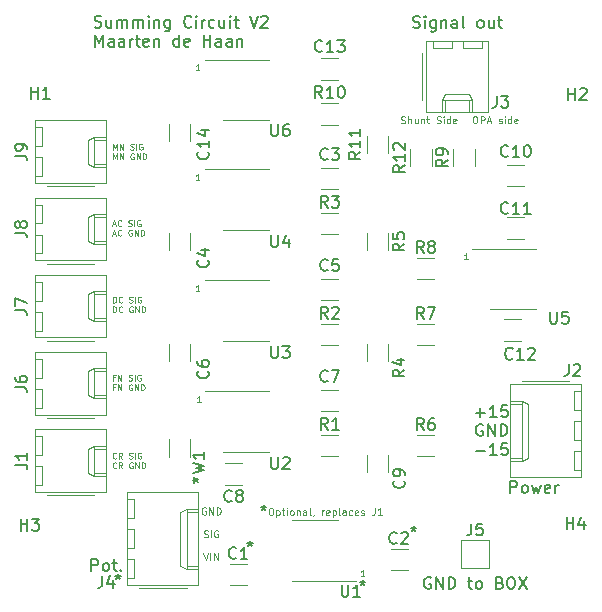
<source format=gto>
%TF.GenerationSoftware,KiCad,Pcbnew,(6.0.1-0)*%
%TF.CreationDate,2022-05-20T12:10:40-04:00*%
%TF.ProjectId,Summing Circuit V5,53756d6d-696e-4672-9043-697263756974,003*%
%TF.SameCoordinates,Original*%
%TF.FileFunction,Legend,Top*%
%TF.FilePolarity,Positive*%
%FSLAX46Y46*%
G04 Gerber Fmt 4.6, Leading zero omitted, Abs format (unit mm)*
G04 Created by KiCad (PCBNEW (6.0.1-0)) date 2022-05-20 12:10:40*
%MOMM*%
%LPD*%
G01*
G04 APERTURE LIST*
%ADD10C,0.099200*%
%ADD11C,0.150000*%
%ADD12C,0.101600*%
%ADD13C,0.120000*%
G04 APERTURE END LIST*
D10*
X92984828Y-76688061D02*
X92689171Y-76688061D01*
X92837000Y-76688061D02*
X92837000Y-76170661D01*
X92787723Y-76244576D01*
X92738447Y-76293852D01*
X92689171Y-76318490D01*
D11*
X97155000Y-88479380D02*
X97155000Y-88717476D01*
X96916904Y-88622238D02*
X97155000Y-88717476D01*
X97393095Y-88622238D01*
X97012142Y-88907952D02*
X97155000Y-88717476D01*
X97297857Y-88907952D01*
X85979000Y-91273380D02*
X85979000Y-91511476D01*
X85740904Y-91416238D02*
X85979000Y-91511476D01*
X86217095Y-91416238D01*
X85836142Y-91701952D02*
X85979000Y-91511476D01*
X86121857Y-91701952D01*
D10*
X93394333Y-85644560D02*
X93337000Y-85615893D01*
X93251000Y-85615893D01*
X93165000Y-85644560D01*
X93107666Y-85701893D01*
X93079000Y-85759226D01*
X93050333Y-85873893D01*
X93050333Y-85959893D01*
X93079000Y-86074560D01*
X93107666Y-86131893D01*
X93165000Y-86189226D01*
X93251000Y-86217893D01*
X93308333Y-86217893D01*
X93394333Y-86189226D01*
X93423000Y-86160560D01*
X93423000Y-85959893D01*
X93308333Y-85959893D01*
X93681000Y-86217893D02*
X93681000Y-85615893D01*
X94025000Y-86217893D01*
X94025000Y-85615893D01*
X94311666Y-86217893D02*
X94311666Y-85615893D01*
X94455000Y-85615893D01*
X94541000Y-85644560D01*
X94598333Y-85701893D01*
X94627000Y-85759226D01*
X94655666Y-85873893D01*
X94655666Y-85959893D01*
X94627000Y-86074560D01*
X94598333Y-86131893D01*
X94541000Y-86189226D01*
X94455000Y-86217893D01*
X94311666Y-86217893D01*
X93236666Y-88127666D02*
X93322666Y-88156333D01*
X93466000Y-88156333D01*
X93523333Y-88127666D01*
X93552000Y-88099000D01*
X93580666Y-88041666D01*
X93580666Y-87984333D01*
X93552000Y-87927000D01*
X93523333Y-87898333D01*
X93466000Y-87869666D01*
X93351333Y-87841000D01*
X93294000Y-87812333D01*
X93265333Y-87783666D01*
X93236666Y-87726333D01*
X93236666Y-87669000D01*
X93265333Y-87611666D01*
X93294000Y-87583000D01*
X93351333Y-87554333D01*
X93494666Y-87554333D01*
X93580666Y-87583000D01*
X93838666Y-88156333D02*
X93838666Y-87554333D01*
X94440666Y-87583000D02*
X94383333Y-87554333D01*
X94297333Y-87554333D01*
X94211333Y-87583000D01*
X94154000Y-87640333D01*
X94125333Y-87697666D01*
X94096666Y-87812333D01*
X94096666Y-87898333D01*
X94125333Y-88013000D01*
X94154000Y-88070333D01*
X94211333Y-88127666D01*
X94297333Y-88156333D01*
X94354666Y-88156333D01*
X94440666Y-88127666D01*
X94469333Y-88099000D01*
X94469333Y-87898333D01*
X94354666Y-87898333D01*
X93193666Y-89492773D02*
X93394333Y-90094773D01*
X93595000Y-89492773D01*
X93795666Y-90094773D02*
X93795666Y-89492773D01*
X94082333Y-90094773D02*
X94082333Y-89492773D01*
X94426333Y-90094773D01*
X94426333Y-89492773D01*
D12*
X85530992Y-55319869D02*
X85530992Y-54811869D01*
X85700325Y-55174726D01*
X85869659Y-54811869D01*
X85869659Y-55319869D01*
X86111563Y-55319869D02*
X86111563Y-54811869D01*
X86401849Y-55319869D01*
X86401849Y-54811869D01*
X87006611Y-55295679D02*
X87079182Y-55319869D01*
X87200135Y-55319869D01*
X87248516Y-55295679D01*
X87272706Y-55271488D01*
X87296897Y-55223107D01*
X87296897Y-55174726D01*
X87272706Y-55126345D01*
X87248516Y-55102155D01*
X87200135Y-55077964D01*
X87103373Y-55053774D01*
X87054992Y-55029583D01*
X87030801Y-55005393D01*
X87006611Y-54957012D01*
X87006611Y-54908631D01*
X87030801Y-54860250D01*
X87054992Y-54836060D01*
X87103373Y-54811869D01*
X87224325Y-54811869D01*
X87296897Y-54836060D01*
X87514611Y-55319869D02*
X87514611Y-54811869D01*
X88022611Y-54836060D02*
X87974230Y-54811869D01*
X87901659Y-54811869D01*
X87829087Y-54836060D01*
X87780706Y-54884440D01*
X87756516Y-54932821D01*
X87732325Y-55029583D01*
X87732325Y-55102155D01*
X87756516Y-55198917D01*
X87780706Y-55247298D01*
X87829087Y-55295679D01*
X87901659Y-55319869D01*
X87950040Y-55319869D01*
X88022611Y-55295679D01*
X88046801Y-55271488D01*
X88046801Y-55102155D01*
X87950040Y-55102155D01*
X85530992Y-56137749D02*
X85530992Y-55629749D01*
X85700325Y-55992606D01*
X85869659Y-55629749D01*
X85869659Y-56137749D01*
X86111563Y-56137749D02*
X86111563Y-55629749D01*
X86401849Y-56137749D01*
X86401849Y-55629749D01*
X87296897Y-55653940D02*
X87248516Y-55629749D01*
X87175944Y-55629749D01*
X87103373Y-55653940D01*
X87054992Y-55702320D01*
X87030801Y-55750701D01*
X87006611Y-55847463D01*
X87006611Y-55920035D01*
X87030801Y-56016797D01*
X87054992Y-56065178D01*
X87103373Y-56113559D01*
X87175944Y-56137749D01*
X87224325Y-56137749D01*
X87296897Y-56113559D01*
X87321087Y-56089368D01*
X87321087Y-55920035D01*
X87224325Y-55920035D01*
X87538801Y-56137749D02*
X87538801Y-55629749D01*
X87829087Y-56137749D01*
X87829087Y-55629749D01*
X88070992Y-56137749D02*
X88070992Y-55629749D01*
X88191944Y-55629749D01*
X88264516Y-55653940D01*
X88312897Y-55702320D01*
X88337087Y-55750701D01*
X88361278Y-55847463D01*
X88361278Y-55920035D01*
X88337087Y-56016797D01*
X88312897Y-56065178D01*
X88264516Y-56113559D01*
X88191944Y-56137749D01*
X88070992Y-56137749D01*
D10*
X92857828Y-57892061D02*
X92562171Y-57892061D01*
X92710000Y-57892061D02*
X92710000Y-57374661D01*
X92660723Y-57448576D01*
X92611447Y-57497852D01*
X92562171Y-57522490D01*
X106827828Y-91420061D02*
X106532171Y-91420061D01*
X106680000Y-91420061D02*
X106680000Y-90902661D01*
X106630723Y-90976576D01*
X106581447Y-91025852D01*
X106532171Y-91050490D01*
X109927520Y-53075666D02*
X110013520Y-53104333D01*
X110156853Y-53104333D01*
X110214186Y-53075666D01*
X110242853Y-53047000D01*
X110271520Y-52989666D01*
X110271520Y-52932333D01*
X110242853Y-52875000D01*
X110214186Y-52846333D01*
X110156853Y-52817666D01*
X110042186Y-52789000D01*
X109984853Y-52760333D01*
X109956186Y-52731666D01*
X109927520Y-52674333D01*
X109927520Y-52617000D01*
X109956186Y-52559666D01*
X109984853Y-52531000D01*
X110042186Y-52502333D01*
X110185520Y-52502333D01*
X110271520Y-52531000D01*
X110529520Y-53104333D02*
X110529520Y-52502333D01*
X110787520Y-53104333D02*
X110787520Y-52789000D01*
X110758853Y-52731666D01*
X110701520Y-52703000D01*
X110615520Y-52703000D01*
X110558186Y-52731666D01*
X110529520Y-52760333D01*
X111332186Y-52703000D02*
X111332186Y-53104333D01*
X111074186Y-52703000D02*
X111074186Y-53018333D01*
X111102853Y-53075666D01*
X111160186Y-53104333D01*
X111246186Y-53104333D01*
X111303520Y-53075666D01*
X111332186Y-53047000D01*
X111618853Y-52703000D02*
X111618853Y-53104333D01*
X111618853Y-52760333D02*
X111647520Y-52731666D01*
X111704853Y-52703000D01*
X111790853Y-52703000D01*
X111848186Y-52731666D01*
X111876853Y-52789000D01*
X111876853Y-53104333D01*
X112077520Y-52703000D02*
X112306853Y-52703000D01*
X112163520Y-52502333D02*
X112163520Y-53018333D01*
X112192186Y-53075666D01*
X112249520Y-53104333D01*
X112306853Y-53104333D01*
X112937520Y-53075666D02*
X113023520Y-53104333D01*
X113166853Y-53104333D01*
X113224186Y-53075666D01*
X113252853Y-53047000D01*
X113281520Y-52989666D01*
X113281520Y-52932333D01*
X113252853Y-52875000D01*
X113224186Y-52846333D01*
X113166853Y-52817666D01*
X113052186Y-52789000D01*
X112994853Y-52760333D01*
X112966186Y-52731666D01*
X112937520Y-52674333D01*
X112937520Y-52617000D01*
X112966186Y-52559666D01*
X112994853Y-52531000D01*
X113052186Y-52502333D01*
X113195520Y-52502333D01*
X113281520Y-52531000D01*
X113539520Y-53104333D02*
X113539520Y-52703000D01*
X113539520Y-52502333D02*
X113510853Y-52531000D01*
X113539520Y-52559666D01*
X113568186Y-52531000D01*
X113539520Y-52502333D01*
X113539520Y-52559666D01*
X114084186Y-53104333D02*
X114084186Y-52502333D01*
X114084186Y-53075666D02*
X114026853Y-53104333D01*
X113912186Y-53104333D01*
X113854853Y-53075666D01*
X113826186Y-53047000D01*
X113797520Y-52989666D01*
X113797520Y-52817666D01*
X113826186Y-52760333D01*
X113854853Y-52731666D01*
X113912186Y-52703000D01*
X114026853Y-52703000D01*
X114084186Y-52731666D01*
X114600186Y-53075666D02*
X114542853Y-53104333D01*
X114428186Y-53104333D01*
X114370853Y-53075666D01*
X114342186Y-53018333D01*
X114342186Y-52789000D01*
X114370853Y-52731666D01*
X114428186Y-52703000D01*
X114542853Y-52703000D01*
X114600186Y-52731666D01*
X114628853Y-52789000D01*
X114628853Y-52846333D01*
X114342186Y-52903666D01*
X92857828Y-67290061D02*
X92562171Y-67290061D01*
X92710000Y-67290061D02*
X92710000Y-66772661D01*
X92660723Y-66846576D01*
X92611447Y-66895852D01*
X92562171Y-66920490D01*
D11*
X110998000Y-87209380D02*
X110998000Y-87447476D01*
X110759904Y-87352238D02*
X110998000Y-87447476D01*
X111236095Y-87352238D01*
X110855142Y-87637952D02*
X110998000Y-87447476D01*
X111140857Y-87637952D01*
X112443095Y-91575000D02*
X112347857Y-91527380D01*
X112205000Y-91527380D01*
X112062142Y-91575000D01*
X111966904Y-91670238D01*
X111919285Y-91765476D01*
X111871666Y-91955952D01*
X111871666Y-92098809D01*
X111919285Y-92289285D01*
X111966904Y-92384523D01*
X112062142Y-92479761D01*
X112205000Y-92527380D01*
X112300238Y-92527380D01*
X112443095Y-92479761D01*
X112490714Y-92432142D01*
X112490714Y-92098809D01*
X112300238Y-92098809D01*
X112919285Y-92527380D02*
X112919285Y-91527380D01*
X113490714Y-92527380D01*
X113490714Y-91527380D01*
X113966904Y-92527380D02*
X113966904Y-91527380D01*
X114205000Y-91527380D01*
X114347857Y-91575000D01*
X114443095Y-91670238D01*
X114490714Y-91765476D01*
X114538333Y-91955952D01*
X114538333Y-92098809D01*
X114490714Y-92289285D01*
X114443095Y-92384523D01*
X114347857Y-92479761D01*
X114205000Y-92527380D01*
X113966904Y-92527380D01*
X115585952Y-91860714D02*
X115966904Y-91860714D01*
X115728809Y-91527380D02*
X115728809Y-92384523D01*
X115776428Y-92479761D01*
X115871666Y-92527380D01*
X115966904Y-92527380D01*
X116443095Y-92527380D02*
X116347857Y-92479761D01*
X116300238Y-92432142D01*
X116252619Y-92336904D01*
X116252619Y-92051190D01*
X116300238Y-91955952D01*
X116347857Y-91908333D01*
X116443095Y-91860714D01*
X116585952Y-91860714D01*
X116681190Y-91908333D01*
X116728809Y-91955952D01*
X116776428Y-92051190D01*
X116776428Y-92336904D01*
X116728809Y-92432142D01*
X116681190Y-92479761D01*
X116585952Y-92527380D01*
X116443095Y-92527380D01*
X118300238Y-92003571D02*
X118443095Y-92051190D01*
X118490714Y-92098809D01*
X118538333Y-92194047D01*
X118538333Y-92336904D01*
X118490714Y-92432142D01*
X118443095Y-92479761D01*
X118347857Y-92527380D01*
X117966904Y-92527380D01*
X117966904Y-91527380D01*
X118300238Y-91527380D01*
X118395476Y-91575000D01*
X118443095Y-91622619D01*
X118490714Y-91717857D01*
X118490714Y-91813095D01*
X118443095Y-91908333D01*
X118395476Y-91955952D01*
X118300238Y-92003571D01*
X117966904Y-92003571D01*
X119157380Y-91527380D02*
X119347857Y-91527380D01*
X119443095Y-91575000D01*
X119538333Y-91670238D01*
X119585952Y-91860714D01*
X119585952Y-92194047D01*
X119538333Y-92384523D01*
X119443095Y-92479761D01*
X119347857Y-92527380D01*
X119157380Y-92527380D01*
X119062142Y-92479761D01*
X118966904Y-92384523D01*
X118919285Y-92194047D01*
X118919285Y-91860714D01*
X118966904Y-91670238D01*
X119062142Y-91575000D01*
X119157380Y-91527380D01*
X119919285Y-91527380D02*
X120585952Y-92527380D01*
X120585952Y-91527380D02*
X119919285Y-92527380D01*
X110966714Y-44981761D02*
X111109571Y-45029380D01*
X111347666Y-45029380D01*
X111442904Y-44981761D01*
X111490523Y-44934142D01*
X111538142Y-44838904D01*
X111538142Y-44743666D01*
X111490523Y-44648428D01*
X111442904Y-44600809D01*
X111347666Y-44553190D01*
X111157190Y-44505571D01*
X111061952Y-44457952D01*
X111014333Y-44410333D01*
X110966714Y-44315095D01*
X110966714Y-44219857D01*
X111014333Y-44124619D01*
X111061952Y-44077000D01*
X111157190Y-44029380D01*
X111395285Y-44029380D01*
X111538142Y-44077000D01*
X111966714Y-45029380D02*
X111966714Y-44362714D01*
X111966714Y-44029380D02*
X111919095Y-44077000D01*
X111966714Y-44124619D01*
X112014333Y-44077000D01*
X111966714Y-44029380D01*
X111966714Y-44124619D01*
X112871476Y-44362714D02*
X112871476Y-45172238D01*
X112823857Y-45267476D01*
X112776238Y-45315095D01*
X112681000Y-45362714D01*
X112538142Y-45362714D01*
X112442904Y-45315095D01*
X112871476Y-44981761D02*
X112776238Y-45029380D01*
X112585761Y-45029380D01*
X112490523Y-44981761D01*
X112442904Y-44934142D01*
X112395285Y-44838904D01*
X112395285Y-44553190D01*
X112442904Y-44457952D01*
X112490523Y-44410333D01*
X112585761Y-44362714D01*
X112776238Y-44362714D01*
X112871476Y-44410333D01*
X113347666Y-44362714D02*
X113347666Y-45029380D01*
X113347666Y-44457952D02*
X113395285Y-44410333D01*
X113490523Y-44362714D01*
X113633380Y-44362714D01*
X113728619Y-44410333D01*
X113776238Y-44505571D01*
X113776238Y-45029380D01*
X114681000Y-45029380D02*
X114681000Y-44505571D01*
X114633380Y-44410333D01*
X114538142Y-44362714D01*
X114347666Y-44362714D01*
X114252428Y-44410333D01*
X114681000Y-44981761D02*
X114585761Y-45029380D01*
X114347666Y-45029380D01*
X114252428Y-44981761D01*
X114204809Y-44886523D01*
X114204809Y-44791285D01*
X114252428Y-44696047D01*
X114347666Y-44648428D01*
X114585761Y-44648428D01*
X114681000Y-44600809D01*
X115300047Y-45029380D02*
X115204809Y-44981761D01*
X115157190Y-44886523D01*
X115157190Y-44029380D01*
X116585761Y-45029380D02*
X116490523Y-44981761D01*
X116442904Y-44934142D01*
X116395285Y-44838904D01*
X116395285Y-44553190D01*
X116442904Y-44457952D01*
X116490523Y-44410333D01*
X116585761Y-44362714D01*
X116728619Y-44362714D01*
X116823857Y-44410333D01*
X116871476Y-44457952D01*
X116919095Y-44553190D01*
X116919095Y-44838904D01*
X116871476Y-44934142D01*
X116823857Y-44981761D01*
X116728619Y-45029380D01*
X116585761Y-45029380D01*
X117776238Y-44362714D02*
X117776238Y-45029380D01*
X117347666Y-44362714D02*
X117347666Y-44886523D01*
X117395285Y-44981761D01*
X117490523Y-45029380D01*
X117633380Y-45029380D01*
X117728619Y-44981761D01*
X117776238Y-44934142D01*
X118109571Y-44362714D02*
X118490523Y-44362714D01*
X118252428Y-44029380D02*
X118252428Y-44886523D01*
X118300047Y-44981761D01*
X118395285Y-45029380D01*
X118490523Y-45029380D01*
D12*
X85530992Y-68273869D02*
X85530992Y-67765869D01*
X85651944Y-67765869D01*
X85724516Y-67790060D01*
X85772897Y-67838440D01*
X85797087Y-67886821D01*
X85821278Y-67983583D01*
X85821278Y-68056155D01*
X85797087Y-68152917D01*
X85772897Y-68201298D01*
X85724516Y-68249679D01*
X85651944Y-68273869D01*
X85530992Y-68273869D01*
X86329278Y-68225488D02*
X86305087Y-68249679D01*
X86232516Y-68273869D01*
X86184135Y-68273869D01*
X86111563Y-68249679D01*
X86063182Y-68201298D01*
X86038992Y-68152917D01*
X86014801Y-68056155D01*
X86014801Y-67983583D01*
X86038992Y-67886821D01*
X86063182Y-67838440D01*
X86111563Y-67790060D01*
X86184135Y-67765869D01*
X86232516Y-67765869D01*
X86305087Y-67790060D01*
X86329278Y-67814250D01*
X86909849Y-68249679D02*
X86982420Y-68273869D01*
X87103373Y-68273869D01*
X87151754Y-68249679D01*
X87175944Y-68225488D01*
X87200135Y-68177107D01*
X87200135Y-68128726D01*
X87175944Y-68080345D01*
X87151754Y-68056155D01*
X87103373Y-68031964D01*
X87006611Y-68007774D01*
X86958230Y-67983583D01*
X86934040Y-67959393D01*
X86909849Y-67911012D01*
X86909849Y-67862631D01*
X86934040Y-67814250D01*
X86958230Y-67790060D01*
X87006611Y-67765869D01*
X87127563Y-67765869D01*
X87200135Y-67790060D01*
X87417849Y-68273869D02*
X87417849Y-67765869D01*
X87925849Y-67790060D02*
X87877468Y-67765869D01*
X87804897Y-67765869D01*
X87732325Y-67790060D01*
X87683944Y-67838440D01*
X87659754Y-67886821D01*
X87635563Y-67983583D01*
X87635563Y-68056155D01*
X87659754Y-68152917D01*
X87683944Y-68201298D01*
X87732325Y-68249679D01*
X87804897Y-68273869D01*
X87853278Y-68273869D01*
X87925849Y-68249679D01*
X87950040Y-68225488D01*
X87950040Y-68056155D01*
X87853278Y-68056155D01*
X85530992Y-69091749D02*
X85530992Y-68583749D01*
X85651944Y-68583749D01*
X85724516Y-68607940D01*
X85772897Y-68656320D01*
X85797087Y-68704701D01*
X85821278Y-68801463D01*
X85821278Y-68874035D01*
X85797087Y-68970797D01*
X85772897Y-69019178D01*
X85724516Y-69067559D01*
X85651944Y-69091749D01*
X85530992Y-69091749D01*
X86329278Y-69043368D02*
X86305087Y-69067559D01*
X86232516Y-69091749D01*
X86184135Y-69091749D01*
X86111563Y-69067559D01*
X86063182Y-69019178D01*
X86038992Y-68970797D01*
X86014801Y-68874035D01*
X86014801Y-68801463D01*
X86038992Y-68704701D01*
X86063182Y-68656320D01*
X86111563Y-68607940D01*
X86184135Y-68583749D01*
X86232516Y-68583749D01*
X86305087Y-68607940D01*
X86329278Y-68632130D01*
X87200135Y-68607940D02*
X87151754Y-68583749D01*
X87079182Y-68583749D01*
X87006611Y-68607940D01*
X86958230Y-68656320D01*
X86934040Y-68704701D01*
X86909849Y-68801463D01*
X86909849Y-68874035D01*
X86934040Y-68970797D01*
X86958230Y-69019178D01*
X87006611Y-69067559D01*
X87079182Y-69091749D01*
X87127563Y-69091749D01*
X87200135Y-69067559D01*
X87224325Y-69043368D01*
X87224325Y-68874035D01*
X87127563Y-68874035D01*
X87442040Y-69091749D02*
X87442040Y-68583749D01*
X87732325Y-69091749D01*
X87732325Y-68583749D01*
X87974230Y-69091749D02*
X87974230Y-68583749D01*
X88095182Y-68583749D01*
X88167754Y-68607940D01*
X88216135Y-68656320D01*
X88240325Y-68704701D01*
X88264516Y-68801463D01*
X88264516Y-68874035D01*
X88240325Y-68970797D01*
X88216135Y-69019178D01*
X88167754Y-69067559D01*
X88095182Y-69091749D01*
X87974230Y-69091749D01*
D11*
X98298000Y-85431380D02*
X98298000Y-85669476D01*
X98059904Y-85574238D02*
X98298000Y-85669476D01*
X98536095Y-85574238D01*
X98155142Y-85859952D02*
X98298000Y-85669476D01*
X98440857Y-85859952D01*
D10*
X115590828Y-64623061D02*
X115295171Y-64623061D01*
X115443000Y-64623061D02*
X115443000Y-64105661D01*
X115393723Y-64179576D01*
X115344447Y-64228852D01*
X115295171Y-64253490D01*
D11*
X106680000Y-91781380D02*
X106680000Y-92019476D01*
X106441904Y-91924238D02*
X106680000Y-92019476D01*
X106918095Y-91924238D01*
X106537142Y-92209952D02*
X106680000Y-92019476D01*
X106822857Y-92209952D01*
X119181809Y-84399380D02*
X119181809Y-83399380D01*
X119562761Y-83399380D01*
X119658000Y-83447000D01*
X119705619Y-83494619D01*
X119753238Y-83589857D01*
X119753238Y-83732714D01*
X119705619Y-83827952D01*
X119658000Y-83875571D01*
X119562761Y-83923190D01*
X119181809Y-83923190D01*
X120324666Y-84399380D02*
X120229428Y-84351761D01*
X120181809Y-84304142D01*
X120134190Y-84208904D01*
X120134190Y-83923190D01*
X120181809Y-83827952D01*
X120229428Y-83780333D01*
X120324666Y-83732714D01*
X120467523Y-83732714D01*
X120562761Y-83780333D01*
X120610380Y-83827952D01*
X120658000Y-83923190D01*
X120658000Y-84208904D01*
X120610380Y-84304142D01*
X120562761Y-84351761D01*
X120467523Y-84399380D01*
X120324666Y-84399380D01*
X120991333Y-83732714D02*
X121181809Y-84399380D01*
X121372285Y-83923190D01*
X121562761Y-84399380D01*
X121753238Y-83732714D01*
X122515142Y-84351761D02*
X122419904Y-84399380D01*
X122229428Y-84399380D01*
X122134190Y-84351761D01*
X122086571Y-84256523D01*
X122086571Y-83875571D01*
X122134190Y-83780333D01*
X122229428Y-83732714D01*
X122419904Y-83732714D01*
X122515142Y-83780333D01*
X122562761Y-83875571D01*
X122562761Y-83970809D01*
X122086571Y-84066047D01*
X122991333Y-84399380D02*
X122991333Y-83732714D01*
X122991333Y-83923190D02*
X123038952Y-83827952D01*
X123086571Y-83780333D01*
X123181809Y-83732714D01*
X123277047Y-83732714D01*
D12*
X85506801Y-61651726D02*
X85748706Y-61651726D01*
X85458420Y-61796869D02*
X85627754Y-61288869D01*
X85797087Y-61796869D01*
X86256706Y-61748488D02*
X86232516Y-61772679D01*
X86159944Y-61796869D01*
X86111563Y-61796869D01*
X86038992Y-61772679D01*
X85990611Y-61724298D01*
X85966420Y-61675917D01*
X85942230Y-61579155D01*
X85942230Y-61506583D01*
X85966420Y-61409821D01*
X85990611Y-61361440D01*
X86038992Y-61313060D01*
X86111563Y-61288869D01*
X86159944Y-61288869D01*
X86232516Y-61313060D01*
X86256706Y-61337250D01*
X86837278Y-61772679D02*
X86909849Y-61796869D01*
X87030801Y-61796869D01*
X87079182Y-61772679D01*
X87103373Y-61748488D01*
X87127563Y-61700107D01*
X87127563Y-61651726D01*
X87103373Y-61603345D01*
X87079182Y-61579155D01*
X87030801Y-61554964D01*
X86934040Y-61530774D01*
X86885659Y-61506583D01*
X86861468Y-61482393D01*
X86837278Y-61434012D01*
X86837278Y-61385631D01*
X86861468Y-61337250D01*
X86885659Y-61313060D01*
X86934040Y-61288869D01*
X87054992Y-61288869D01*
X87127563Y-61313060D01*
X87345278Y-61796869D02*
X87345278Y-61288869D01*
X87853278Y-61313060D02*
X87804897Y-61288869D01*
X87732325Y-61288869D01*
X87659754Y-61313060D01*
X87611373Y-61361440D01*
X87587182Y-61409821D01*
X87562992Y-61506583D01*
X87562992Y-61579155D01*
X87587182Y-61675917D01*
X87611373Y-61724298D01*
X87659754Y-61772679D01*
X87732325Y-61796869D01*
X87780706Y-61796869D01*
X87853278Y-61772679D01*
X87877468Y-61748488D01*
X87877468Y-61579155D01*
X87780706Y-61579155D01*
X85506801Y-62469606D02*
X85748706Y-62469606D01*
X85458420Y-62614749D02*
X85627754Y-62106749D01*
X85797087Y-62614749D01*
X86256706Y-62566368D02*
X86232516Y-62590559D01*
X86159944Y-62614749D01*
X86111563Y-62614749D01*
X86038992Y-62590559D01*
X85990611Y-62542178D01*
X85966420Y-62493797D01*
X85942230Y-62397035D01*
X85942230Y-62324463D01*
X85966420Y-62227701D01*
X85990611Y-62179320D01*
X86038992Y-62130940D01*
X86111563Y-62106749D01*
X86159944Y-62106749D01*
X86232516Y-62130940D01*
X86256706Y-62155130D01*
X87127563Y-62130940D02*
X87079182Y-62106749D01*
X87006611Y-62106749D01*
X86934040Y-62130940D01*
X86885659Y-62179320D01*
X86861468Y-62227701D01*
X86837278Y-62324463D01*
X86837278Y-62397035D01*
X86861468Y-62493797D01*
X86885659Y-62542178D01*
X86934040Y-62590559D01*
X87006611Y-62614749D01*
X87054992Y-62614749D01*
X87127563Y-62590559D01*
X87151754Y-62566368D01*
X87151754Y-62397035D01*
X87054992Y-62397035D01*
X87369468Y-62614749D02*
X87369468Y-62106749D01*
X87659754Y-62614749D01*
X87659754Y-62106749D01*
X87901659Y-62614749D02*
X87901659Y-62106749D01*
X88022611Y-62106749D01*
X88095182Y-62130940D01*
X88143563Y-62179320D01*
X88167754Y-62227701D01*
X88191944Y-62324463D01*
X88191944Y-62397035D01*
X88167754Y-62493797D01*
X88143563Y-62542178D01*
X88095182Y-62590559D01*
X88022611Y-62614749D01*
X87901659Y-62614749D01*
D10*
X116146480Y-52502333D02*
X116261146Y-52502333D01*
X116318480Y-52531000D01*
X116375813Y-52588333D01*
X116404480Y-52703000D01*
X116404480Y-52903666D01*
X116375813Y-53018333D01*
X116318480Y-53075666D01*
X116261146Y-53104333D01*
X116146480Y-53104333D01*
X116089146Y-53075666D01*
X116031813Y-53018333D01*
X116003146Y-52903666D01*
X116003146Y-52703000D01*
X116031813Y-52588333D01*
X116089146Y-52531000D01*
X116146480Y-52502333D01*
X116662480Y-53104333D02*
X116662480Y-52502333D01*
X116891813Y-52502333D01*
X116949146Y-52531000D01*
X116977813Y-52559666D01*
X117006480Y-52617000D01*
X117006480Y-52703000D01*
X116977813Y-52760333D01*
X116949146Y-52789000D01*
X116891813Y-52817666D01*
X116662480Y-52817666D01*
X117235813Y-52932333D02*
X117522480Y-52932333D01*
X117178480Y-53104333D02*
X117379146Y-52502333D01*
X117579813Y-53104333D01*
X118210480Y-53075666D02*
X118267813Y-53104333D01*
X118382480Y-53104333D01*
X118439813Y-53075666D01*
X118468480Y-53018333D01*
X118468480Y-52989666D01*
X118439813Y-52932333D01*
X118382480Y-52903666D01*
X118296480Y-52903666D01*
X118239146Y-52875000D01*
X118210480Y-52817666D01*
X118210480Y-52789000D01*
X118239146Y-52731666D01*
X118296480Y-52703000D01*
X118382480Y-52703000D01*
X118439813Y-52731666D01*
X118726480Y-53104333D02*
X118726480Y-52703000D01*
X118726480Y-52502333D02*
X118697813Y-52531000D01*
X118726480Y-52559666D01*
X118755146Y-52531000D01*
X118726480Y-52502333D01*
X118726480Y-52559666D01*
X119271146Y-53104333D02*
X119271146Y-52502333D01*
X119271146Y-53075666D02*
X119213813Y-53104333D01*
X119099146Y-53104333D01*
X119041813Y-53075666D01*
X119013146Y-53047000D01*
X118984480Y-52989666D01*
X118984480Y-52817666D01*
X119013146Y-52760333D01*
X119041813Y-52731666D01*
X119099146Y-52703000D01*
X119213813Y-52703000D01*
X119271146Y-52731666D01*
X119787146Y-53075666D02*
X119729813Y-53104333D01*
X119615146Y-53104333D01*
X119557813Y-53075666D01*
X119529146Y-53018333D01*
X119529146Y-52789000D01*
X119557813Y-52731666D01*
X119615146Y-52703000D01*
X119729813Y-52703000D01*
X119787146Y-52731666D01*
X119815813Y-52789000D01*
X119815813Y-52846333D01*
X119529146Y-52903666D01*
D11*
X83980976Y-44938761D02*
X84123833Y-44986380D01*
X84361928Y-44986380D01*
X84457166Y-44938761D01*
X84504785Y-44891142D01*
X84552404Y-44795904D01*
X84552404Y-44700666D01*
X84504785Y-44605428D01*
X84457166Y-44557809D01*
X84361928Y-44510190D01*
X84171452Y-44462571D01*
X84076214Y-44414952D01*
X84028595Y-44367333D01*
X83980976Y-44272095D01*
X83980976Y-44176857D01*
X84028595Y-44081619D01*
X84076214Y-44034000D01*
X84171452Y-43986380D01*
X84409547Y-43986380D01*
X84552404Y-44034000D01*
X85409547Y-44319714D02*
X85409547Y-44986380D01*
X84980976Y-44319714D02*
X84980976Y-44843523D01*
X85028595Y-44938761D01*
X85123833Y-44986380D01*
X85266690Y-44986380D01*
X85361928Y-44938761D01*
X85409547Y-44891142D01*
X85885738Y-44986380D02*
X85885738Y-44319714D01*
X85885738Y-44414952D02*
X85933357Y-44367333D01*
X86028595Y-44319714D01*
X86171452Y-44319714D01*
X86266690Y-44367333D01*
X86314309Y-44462571D01*
X86314309Y-44986380D01*
X86314309Y-44462571D02*
X86361928Y-44367333D01*
X86457166Y-44319714D01*
X86600023Y-44319714D01*
X86695261Y-44367333D01*
X86742880Y-44462571D01*
X86742880Y-44986380D01*
X87219071Y-44986380D02*
X87219071Y-44319714D01*
X87219071Y-44414952D02*
X87266690Y-44367333D01*
X87361928Y-44319714D01*
X87504785Y-44319714D01*
X87600023Y-44367333D01*
X87647642Y-44462571D01*
X87647642Y-44986380D01*
X87647642Y-44462571D02*
X87695261Y-44367333D01*
X87790500Y-44319714D01*
X87933357Y-44319714D01*
X88028595Y-44367333D01*
X88076214Y-44462571D01*
X88076214Y-44986380D01*
X88552404Y-44986380D02*
X88552404Y-44319714D01*
X88552404Y-43986380D02*
X88504785Y-44034000D01*
X88552404Y-44081619D01*
X88600023Y-44034000D01*
X88552404Y-43986380D01*
X88552404Y-44081619D01*
X89028595Y-44319714D02*
X89028595Y-44986380D01*
X89028595Y-44414952D02*
X89076214Y-44367333D01*
X89171452Y-44319714D01*
X89314309Y-44319714D01*
X89409547Y-44367333D01*
X89457166Y-44462571D01*
X89457166Y-44986380D01*
X90361928Y-44319714D02*
X90361928Y-45129238D01*
X90314309Y-45224476D01*
X90266690Y-45272095D01*
X90171452Y-45319714D01*
X90028595Y-45319714D01*
X89933357Y-45272095D01*
X90361928Y-44938761D02*
X90266690Y-44986380D01*
X90076214Y-44986380D01*
X89980976Y-44938761D01*
X89933357Y-44891142D01*
X89885738Y-44795904D01*
X89885738Y-44510190D01*
X89933357Y-44414952D01*
X89980976Y-44367333D01*
X90076214Y-44319714D01*
X90266690Y-44319714D01*
X90361928Y-44367333D01*
X92171452Y-44891142D02*
X92123833Y-44938761D01*
X91980976Y-44986380D01*
X91885738Y-44986380D01*
X91742880Y-44938761D01*
X91647642Y-44843523D01*
X91600023Y-44748285D01*
X91552404Y-44557809D01*
X91552404Y-44414952D01*
X91600023Y-44224476D01*
X91647642Y-44129238D01*
X91742880Y-44034000D01*
X91885738Y-43986380D01*
X91980976Y-43986380D01*
X92123833Y-44034000D01*
X92171452Y-44081619D01*
X92600023Y-44986380D02*
X92600023Y-44319714D01*
X92600023Y-43986380D02*
X92552404Y-44034000D01*
X92600023Y-44081619D01*
X92647642Y-44034000D01*
X92600023Y-43986380D01*
X92600023Y-44081619D01*
X93076214Y-44986380D02*
X93076214Y-44319714D01*
X93076214Y-44510190D02*
X93123833Y-44414952D01*
X93171452Y-44367333D01*
X93266690Y-44319714D01*
X93361928Y-44319714D01*
X94123833Y-44938761D02*
X94028595Y-44986380D01*
X93838119Y-44986380D01*
X93742880Y-44938761D01*
X93695261Y-44891142D01*
X93647642Y-44795904D01*
X93647642Y-44510190D01*
X93695261Y-44414952D01*
X93742880Y-44367333D01*
X93838119Y-44319714D01*
X94028595Y-44319714D01*
X94123833Y-44367333D01*
X94980976Y-44319714D02*
X94980976Y-44986380D01*
X94552404Y-44319714D02*
X94552404Y-44843523D01*
X94600023Y-44938761D01*
X94695261Y-44986380D01*
X94838119Y-44986380D01*
X94933357Y-44938761D01*
X94980976Y-44891142D01*
X95457166Y-44986380D02*
X95457166Y-44319714D01*
X95457166Y-43986380D02*
X95409547Y-44034000D01*
X95457166Y-44081619D01*
X95504785Y-44034000D01*
X95457166Y-43986380D01*
X95457166Y-44081619D01*
X95790500Y-44319714D02*
X96171452Y-44319714D01*
X95933357Y-43986380D02*
X95933357Y-44843523D01*
X95980976Y-44938761D01*
X96076214Y-44986380D01*
X96171452Y-44986380D01*
X97123833Y-43986380D02*
X97457166Y-44986380D01*
X97790500Y-43986380D01*
X98076214Y-44081619D02*
X98123833Y-44034000D01*
X98219071Y-43986380D01*
X98457166Y-43986380D01*
X98552404Y-44034000D01*
X98600023Y-44081619D01*
X98647642Y-44176857D01*
X98647642Y-44272095D01*
X98600023Y-44414952D01*
X98028595Y-44986380D01*
X98647642Y-44986380D01*
X84028595Y-46596380D02*
X84028595Y-45596380D01*
X84361928Y-46310666D01*
X84695261Y-45596380D01*
X84695261Y-46596380D01*
X85600023Y-46596380D02*
X85600023Y-46072571D01*
X85552404Y-45977333D01*
X85457166Y-45929714D01*
X85266690Y-45929714D01*
X85171452Y-45977333D01*
X85600023Y-46548761D02*
X85504785Y-46596380D01*
X85266690Y-46596380D01*
X85171452Y-46548761D01*
X85123833Y-46453523D01*
X85123833Y-46358285D01*
X85171452Y-46263047D01*
X85266690Y-46215428D01*
X85504785Y-46215428D01*
X85600023Y-46167809D01*
X86504785Y-46596380D02*
X86504785Y-46072571D01*
X86457166Y-45977333D01*
X86361928Y-45929714D01*
X86171452Y-45929714D01*
X86076214Y-45977333D01*
X86504785Y-46548761D02*
X86409547Y-46596380D01*
X86171452Y-46596380D01*
X86076214Y-46548761D01*
X86028595Y-46453523D01*
X86028595Y-46358285D01*
X86076214Y-46263047D01*
X86171452Y-46215428D01*
X86409547Y-46215428D01*
X86504785Y-46167809D01*
X86980976Y-46596380D02*
X86980976Y-45929714D01*
X86980976Y-46120190D02*
X87028595Y-46024952D01*
X87076214Y-45977333D01*
X87171452Y-45929714D01*
X87266690Y-45929714D01*
X87457166Y-45929714D02*
X87838119Y-45929714D01*
X87600023Y-45596380D02*
X87600023Y-46453523D01*
X87647642Y-46548761D01*
X87742880Y-46596380D01*
X87838119Y-46596380D01*
X88552404Y-46548761D02*
X88457166Y-46596380D01*
X88266690Y-46596380D01*
X88171452Y-46548761D01*
X88123833Y-46453523D01*
X88123833Y-46072571D01*
X88171452Y-45977333D01*
X88266690Y-45929714D01*
X88457166Y-45929714D01*
X88552404Y-45977333D01*
X88600023Y-46072571D01*
X88600023Y-46167809D01*
X88123833Y-46263047D01*
X89028595Y-45929714D02*
X89028595Y-46596380D01*
X89028595Y-46024952D02*
X89076214Y-45977333D01*
X89171452Y-45929714D01*
X89314309Y-45929714D01*
X89409547Y-45977333D01*
X89457166Y-46072571D01*
X89457166Y-46596380D01*
X91123833Y-46596380D02*
X91123833Y-45596380D01*
X91123833Y-46548761D02*
X91028595Y-46596380D01*
X90838119Y-46596380D01*
X90742880Y-46548761D01*
X90695261Y-46501142D01*
X90647642Y-46405904D01*
X90647642Y-46120190D01*
X90695261Y-46024952D01*
X90742880Y-45977333D01*
X90838119Y-45929714D01*
X91028595Y-45929714D01*
X91123833Y-45977333D01*
X91980976Y-46548761D02*
X91885738Y-46596380D01*
X91695261Y-46596380D01*
X91600023Y-46548761D01*
X91552404Y-46453523D01*
X91552404Y-46072571D01*
X91600023Y-45977333D01*
X91695261Y-45929714D01*
X91885738Y-45929714D01*
X91980976Y-45977333D01*
X92028595Y-46072571D01*
X92028595Y-46167809D01*
X91552404Y-46263047D01*
X93219071Y-46596380D02*
X93219071Y-45596380D01*
X93219071Y-46072571D02*
X93790500Y-46072571D01*
X93790500Y-46596380D02*
X93790500Y-45596380D01*
X94695261Y-46596380D02*
X94695261Y-46072571D01*
X94647642Y-45977333D01*
X94552404Y-45929714D01*
X94361928Y-45929714D01*
X94266690Y-45977333D01*
X94695261Y-46548761D02*
X94600023Y-46596380D01*
X94361928Y-46596380D01*
X94266690Y-46548761D01*
X94219071Y-46453523D01*
X94219071Y-46358285D01*
X94266690Y-46263047D01*
X94361928Y-46215428D01*
X94600023Y-46215428D01*
X94695261Y-46167809D01*
X95600023Y-46596380D02*
X95600023Y-46072571D01*
X95552404Y-45977333D01*
X95457166Y-45929714D01*
X95266690Y-45929714D01*
X95171452Y-45977333D01*
X95600023Y-46548761D02*
X95504785Y-46596380D01*
X95266690Y-46596380D01*
X95171452Y-46548761D01*
X95123833Y-46453523D01*
X95123833Y-46358285D01*
X95171452Y-46263047D01*
X95266690Y-46215428D01*
X95504785Y-46215428D01*
X95600023Y-46167809D01*
X96076214Y-45929714D02*
X96076214Y-46596380D01*
X96076214Y-46024952D02*
X96123833Y-45977333D01*
X96219071Y-45929714D01*
X96361928Y-45929714D01*
X96457166Y-45977333D01*
X96504785Y-46072571D01*
X96504785Y-46596380D01*
D12*
X85700325Y-74611774D02*
X85530992Y-74611774D01*
X85530992Y-74877869D02*
X85530992Y-74369869D01*
X85772897Y-74369869D01*
X85966420Y-74877869D02*
X85966420Y-74369869D01*
X86256706Y-74877869D01*
X86256706Y-74369869D01*
X86861468Y-74853679D02*
X86934040Y-74877869D01*
X87054992Y-74877869D01*
X87103373Y-74853679D01*
X87127563Y-74829488D01*
X87151754Y-74781107D01*
X87151754Y-74732726D01*
X87127563Y-74684345D01*
X87103373Y-74660155D01*
X87054992Y-74635964D01*
X86958230Y-74611774D01*
X86909849Y-74587583D01*
X86885659Y-74563393D01*
X86861468Y-74515012D01*
X86861468Y-74466631D01*
X86885659Y-74418250D01*
X86909849Y-74394060D01*
X86958230Y-74369869D01*
X87079182Y-74369869D01*
X87151754Y-74394060D01*
X87369468Y-74877869D02*
X87369468Y-74369869D01*
X87877468Y-74394060D02*
X87829087Y-74369869D01*
X87756516Y-74369869D01*
X87683944Y-74394060D01*
X87635563Y-74442440D01*
X87611373Y-74490821D01*
X87587182Y-74587583D01*
X87587182Y-74660155D01*
X87611373Y-74756917D01*
X87635563Y-74805298D01*
X87683944Y-74853679D01*
X87756516Y-74877869D01*
X87804897Y-74877869D01*
X87877468Y-74853679D01*
X87901659Y-74829488D01*
X87901659Y-74660155D01*
X87804897Y-74660155D01*
X85700325Y-75429654D02*
X85530992Y-75429654D01*
X85530992Y-75695749D02*
X85530992Y-75187749D01*
X85772897Y-75187749D01*
X85966420Y-75695749D02*
X85966420Y-75187749D01*
X86256706Y-75695749D01*
X86256706Y-75187749D01*
X87151754Y-75211940D02*
X87103373Y-75187749D01*
X87030801Y-75187749D01*
X86958230Y-75211940D01*
X86909849Y-75260320D01*
X86885659Y-75308701D01*
X86861468Y-75405463D01*
X86861468Y-75478035D01*
X86885659Y-75574797D01*
X86909849Y-75623178D01*
X86958230Y-75671559D01*
X87030801Y-75695749D01*
X87079182Y-75695749D01*
X87151754Y-75671559D01*
X87175944Y-75647368D01*
X87175944Y-75478035D01*
X87079182Y-75478035D01*
X87393659Y-75695749D02*
X87393659Y-75187749D01*
X87683944Y-75695749D01*
X87683944Y-75187749D01*
X87925849Y-75695749D02*
X87925849Y-75187749D01*
X88046801Y-75187749D01*
X88119373Y-75211940D01*
X88167754Y-75260320D01*
X88191944Y-75308701D01*
X88216135Y-75405463D01*
X88216135Y-75478035D01*
X88191944Y-75574797D01*
X88167754Y-75623178D01*
X88119373Y-75671559D01*
X88046801Y-75695749D01*
X87925849Y-75695749D01*
D10*
X92857828Y-48621061D02*
X92562171Y-48621061D01*
X92710000Y-48621061D02*
X92710000Y-48103661D01*
X92660723Y-48177576D01*
X92611447Y-48226852D01*
X92562171Y-48251490D01*
D11*
X116268666Y-77582428D02*
X117030571Y-77582428D01*
X116649619Y-77963380D02*
X116649619Y-77201476D01*
X118030571Y-77963380D02*
X117459142Y-77963380D01*
X117744857Y-77963380D02*
X117744857Y-76963380D01*
X117649619Y-77106238D01*
X117554380Y-77201476D01*
X117459142Y-77249095D01*
X118935333Y-76963380D02*
X118459142Y-76963380D01*
X118411523Y-77439571D01*
X118459142Y-77391952D01*
X118554380Y-77344333D01*
X118792476Y-77344333D01*
X118887714Y-77391952D01*
X118935333Y-77439571D01*
X118982952Y-77534809D01*
X118982952Y-77772904D01*
X118935333Y-77868142D01*
X118887714Y-77915761D01*
X118792476Y-77963380D01*
X118554380Y-77963380D01*
X118459142Y-77915761D01*
X118411523Y-77868142D01*
X116840095Y-78621000D02*
X116744857Y-78573380D01*
X116602000Y-78573380D01*
X116459142Y-78621000D01*
X116363904Y-78716238D01*
X116316285Y-78811476D01*
X116268666Y-79001952D01*
X116268666Y-79144809D01*
X116316285Y-79335285D01*
X116363904Y-79430523D01*
X116459142Y-79525761D01*
X116602000Y-79573380D01*
X116697238Y-79573380D01*
X116840095Y-79525761D01*
X116887714Y-79478142D01*
X116887714Y-79144809D01*
X116697238Y-79144809D01*
X117316285Y-79573380D02*
X117316285Y-78573380D01*
X117887714Y-79573380D01*
X117887714Y-78573380D01*
X118363904Y-79573380D02*
X118363904Y-78573380D01*
X118602000Y-78573380D01*
X118744857Y-78621000D01*
X118840095Y-78716238D01*
X118887714Y-78811476D01*
X118935333Y-79001952D01*
X118935333Y-79144809D01*
X118887714Y-79335285D01*
X118840095Y-79430523D01*
X118744857Y-79525761D01*
X118602000Y-79573380D01*
X118363904Y-79573380D01*
X116268666Y-80802428D02*
X117030571Y-80802428D01*
X118030571Y-81183380D02*
X117459142Y-81183380D01*
X117744857Y-81183380D02*
X117744857Y-80183380D01*
X117649619Y-80326238D01*
X117554380Y-80421476D01*
X117459142Y-80469095D01*
X118935333Y-80183380D02*
X118459142Y-80183380D01*
X118411523Y-80659571D01*
X118459142Y-80611952D01*
X118554380Y-80564333D01*
X118792476Y-80564333D01*
X118887714Y-80611952D01*
X118935333Y-80659571D01*
X118982952Y-80754809D01*
X118982952Y-80992904D01*
X118935333Y-81088142D01*
X118887714Y-81135761D01*
X118792476Y-81183380D01*
X118554380Y-81183380D01*
X118459142Y-81135761D01*
X118411523Y-81088142D01*
D12*
X85821278Y-81433488D02*
X85797087Y-81457679D01*
X85724516Y-81481869D01*
X85676135Y-81481869D01*
X85603563Y-81457679D01*
X85555182Y-81409298D01*
X85530992Y-81360917D01*
X85506801Y-81264155D01*
X85506801Y-81191583D01*
X85530992Y-81094821D01*
X85555182Y-81046440D01*
X85603563Y-80998060D01*
X85676135Y-80973869D01*
X85724516Y-80973869D01*
X85797087Y-80998060D01*
X85821278Y-81022250D01*
X86329278Y-81481869D02*
X86159944Y-81239964D01*
X86038992Y-81481869D02*
X86038992Y-80973869D01*
X86232516Y-80973869D01*
X86280897Y-80998060D01*
X86305087Y-81022250D01*
X86329278Y-81070631D01*
X86329278Y-81143202D01*
X86305087Y-81191583D01*
X86280897Y-81215774D01*
X86232516Y-81239964D01*
X86038992Y-81239964D01*
X86909849Y-81457679D02*
X86982420Y-81481869D01*
X87103373Y-81481869D01*
X87151754Y-81457679D01*
X87175944Y-81433488D01*
X87200135Y-81385107D01*
X87200135Y-81336726D01*
X87175944Y-81288345D01*
X87151754Y-81264155D01*
X87103373Y-81239964D01*
X87006611Y-81215774D01*
X86958230Y-81191583D01*
X86934040Y-81167393D01*
X86909849Y-81119012D01*
X86909849Y-81070631D01*
X86934040Y-81022250D01*
X86958230Y-80998060D01*
X87006611Y-80973869D01*
X87127563Y-80973869D01*
X87200135Y-80998060D01*
X87417849Y-81481869D02*
X87417849Y-80973869D01*
X87925849Y-80998060D02*
X87877468Y-80973869D01*
X87804897Y-80973869D01*
X87732325Y-80998060D01*
X87683944Y-81046440D01*
X87659754Y-81094821D01*
X87635563Y-81191583D01*
X87635563Y-81264155D01*
X87659754Y-81360917D01*
X87683944Y-81409298D01*
X87732325Y-81457679D01*
X87804897Y-81481869D01*
X87853278Y-81481869D01*
X87925849Y-81457679D01*
X87950040Y-81433488D01*
X87950040Y-81264155D01*
X87853278Y-81264155D01*
X85821278Y-82251368D02*
X85797087Y-82275559D01*
X85724516Y-82299749D01*
X85676135Y-82299749D01*
X85603563Y-82275559D01*
X85555182Y-82227178D01*
X85530992Y-82178797D01*
X85506801Y-82082035D01*
X85506801Y-82009463D01*
X85530992Y-81912701D01*
X85555182Y-81864320D01*
X85603563Y-81815940D01*
X85676135Y-81791749D01*
X85724516Y-81791749D01*
X85797087Y-81815940D01*
X85821278Y-81840130D01*
X86329278Y-82299749D02*
X86159944Y-82057844D01*
X86038992Y-82299749D02*
X86038992Y-81791749D01*
X86232516Y-81791749D01*
X86280897Y-81815940D01*
X86305087Y-81840130D01*
X86329278Y-81888511D01*
X86329278Y-81961082D01*
X86305087Y-82009463D01*
X86280897Y-82033654D01*
X86232516Y-82057844D01*
X86038992Y-82057844D01*
X87200135Y-81815940D02*
X87151754Y-81791749D01*
X87079182Y-81791749D01*
X87006611Y-81815940D01*
X86958230Y-81864320D01*
X86934040Y-81912701D01*
X86909849Y-82009463D01*
X86909849Y-82082035D01*
X86934040Y-82178797D01*
X86958230Y-82227178D01*
X87006611Y-82275559D01*
X87079182Y-82299749D01*
X87127563Y-82299749D01*
X87200135Y-82275559D01*
X87224325Y-82251368D01*
X87224325Y-82082035D01*
X87127563Y-82082035D01*
X87442040Y-82299749D02*
X87442040Y-81791749D01*
X87732325Y-82299749D01*
X87732325Y-81791749D01*
X87974230Y-82299749D02*
X87974230Y-81791749D01*
X88095182Y-81791749D01*
X88167754Y-81815940D01*
X88216135Y-81864320D01*
X88240325Y-81912701D01*
X88264516Y-82009463D01*
X88264516Y-82082035D01*
X88240325Y-82178797D01*
X88216135Y-82227178D01*
X88167754Y-82275559D01*
X88095182Y-82299749D01*
X87974230Y-82299749D01*
D10*
X98861000Y-85649333D02*
X98975666Y-85649333D01*
X99033000Y-85678000D01*
X99090333Y-85735333D01*
X99119000Y-85850000D01*
X99119000Y-86050666D01*
X99090333Y-86165333D01*
X99033000Y-86222666D01*
X98975666Y-86251333D01*
X98861000Y-86251333D01*
X98803666Y-86222666D01*
X98746333Y-86165333D01*
X98717666Y-86050666D01*
X98717666Y-85850000D01*
X98746333Y-85735333D01*
X98803666Y-85678000D01*
X98861000Y-85649333D01*
X99377000Y-85850000D02*
X99377000Y-86452000D01*
X99377000Y-85878666D02*
X99434333Y-85850000D01*
X99549000Y-85850000D01*
X99606333Y-85878666D01*
X99635000Y-85907333D01*
X99663666Y-85964666D01*
X99663666Y-86136666D01*
X99635000Y-86194000D01*
X99606333Y-86222666D01*
X99549000Y-86251333D01*
X99434333Y-86251333D01*
X99377000Y-86222666D01*
X99835666Y-85850000D02*
X100065000Y-85850000D01*
X99921666Y-85649333D02*
X99921666Y-86165333D01*
X99950333Y-86222666D01*
X100007666Y-86251333D01*
X100065000Y-86251333D01*
X100265666Y-86251333D02*
X100265666Y-85850000D01*
X100265666Y-85649333D02*
X100237000Y-85678000D01*
X100265666Y-85706666D01*
X100294333Y-85678000D01*
X100265666Y-85649333D01*
X100265666Y-85706666D01*
X100638333Y-86251333D02*
X100581000Y-86222666D01*
X100552333Y-86194000D01*
X100523666Y-86136666D01*
X100523666Y-85964666D01*
X100552333Y-85907333D01*
X100581000Y-85878666D01*
X100638333Y-85850000D01*
X100724333Y-85850000D01*
X100781666Y-85878666D01*
X100810333Y-85907333D01*
X100839000Y-85964666D01*
X100839000Y-86136666D01*
X100810333Y-86194000D01*
X100781666Y-86222666D01*
X100724333Y-86251333D01*
X100638333Y-86251333D01*
X101097000Y-85850000D02*
X101097000Y-86251333D01*
X101097000Y-85907333D02*
X101125666Y-85878666D01*
X101183000Y-85850000D01*
X101269000Y-85850000D01*
X101326333Y-85878666D01*
X101355000Y-85936000D01*
X101355000Y-86251333D01*
X101899666Y-86251333D02*
X101899666Y-85936000D01*
X101871000Y-85878666D01*
X101813666Y-85850000D01*
X101699000Y-85850000D01*
X101641666Y-85878666D01*
X101899666Y-86222666D02*
X101842333Y-86251333D01*
X101699000Y-86251333D01*
X101641666Y-86222666D01*
X101613000Y-86165333D01*
X101613000Y-86108000D01*
X101641666Y-86050666D01*
X101699000Y-86022000D01*
X101842333Y-86022000D01*
X101899666Y-85993333D01*
X102272333Y-86251333D02*
X102215000Y-86222666D01*
X102186333Y-86165333D01*
X102186333Y-85649333D01*
X102530333Y-86222666D02*
X102530333Y-86251333D01*
X102501666Y-86308666D01*
X102473000Y-86337333D01*
X103247000Y-86251333D02*
X103247000Y-85850000D01*
X103247000Y-85964666D02*
X103275666Y-85907333D01*
X103304333Y-85878666D01*
X103361666Y-85850000D01*
X103419000Y-85850000D01*
X103849000Y-86222666D02*
X103791666Y-86251333D01*
X103677000Y-86251333D01*
X103619666Y-86222666D01*
X103591000Y-86165333D01*
X103591000Y-85936000D01*
X103619666Y-85878666D01*
X103677000Y-85850000D01*
X103791666Y-85850000D01*
X103849000Y-85878666D01*
X103877666Y-85936000D01*
X103877666Y-85993333D01*
X103591000Y-86050666D01*
X104135666Y-85850000D02*
X104135666Y-86452000D01*
X104135666Y-85878666D02*
X104193000Y-85850000D01*
X104307666Y-85850000D01*
X104365000Y-85878666D01*
X104393666Y-85907333D01*
X104422333Y-85964666D01*
X104422333Y-86136666D01*
X104393666Y-86194000D01*
X104365000Y-86222666D01*
X104307666Y-86251333D01*
X104193000Y-86251333D01*
X104135666Y-86222666D01*
X104766333Y-86251333D02*
X104709000Y-86222666D01*
X104680333Y-86165333D01*
X104680333Y-85649333D01*
X105253666Y-86251333D02*
X105253666Y-85936000D01*
X105225000Y-85878666D01*
X105167666Y-85850000D01*
X105053000Y-85850000D01*
X104995666Y-85878666D01*
X105253666Y-86222666D02*
X105196333Y-86251333D01*
X105053000Y-86251333D01*
X104995666Y-86222666D01*
X104967000Y-86165333D01*
X104967000Y-86108000D01*
X104995666Y-86050666D01*
X105053000Y-86022000D01*
X105196333Y-86022000D01*
X105253666Y-85993333D01*
X105798333Y-86222666D02*
X105741000Y-86251333D01*
X105626333Y-86251333D01*
X105569000Y-86222666D01*
X105540333Y-86194000D01*
X105511666Y-86136666D01*
X105511666Y-85964666D01*
X105540333Y-85907333D01*
X105569000Y-85878666D01*
X105626333Y-85850000D01*
X105741000Y-85850000D01*
X105798333Y-85878666D01*
X106285666Y-86222666D02*
X106228333Y-86251333D01*
X106113666Y-86251333D01*
X106056333Y-86222666D01*
X106027666Y-86165333D01*
X106027666Y-85936000D01*
X106056333Y-85878666D01*
X106113666Y-85850000D01*
X106228333Y-85850000D01*
X106285666Y-85878666D01*
X106314333Y-85936000D01*
X106314333Y-85993333D01*
X106027666Y-86050666D01*
X106543666Y-86222666D02*
X106601000Y-86251333D01*
X106715666Y-86251333D01*
X106773000Y-86222666D01*
X106801666Y-86165333D01*
X106801666Y-86136666D01*
X106773000Y-86079333D01*
X106715666Y-86050666D01*
X106629666Y-86050666D01*
X106572333Y-86022000D01*
X106543666Y-85964666D01*
X106543666Y-85936000D01*
X106572333Y-85878666D01*
X106629666Y-85850000D01*
X106715666Y-85850000D01*
X106773000Y-85878666D01*
X107690333Y-85649333D02*
X107690333Y-86079333D01*
X107661666Y-86165333D01*
X107604333Y-86222666D01*
X107518333Y-86251333D01*
X107461000Y-86251333D01*
X108292333Y-86251333D02*
X107948333Y-86251333D01*
X108120333Y-86251333D02*
X108120333Y-85649333D01*
X108063000Y-85735333D01*
X108005666Y-85792666D01*
X107948333Y-85821333D01*
D11*
X92289380Y-83312000D02*
X92527476Y-83312000D01*
X92432238Y-83550095D02*
X92527476Y-83312000D01*
X92432238Y-83073904D01*
X92717952Y-83454857D02*
X92527476Y-83312000D01*
X92717952Y-83169142D01*
X83724904Y-91003380D02*
X83724904Y-90003380D01*
X84105857Y-90003380D01*
X84201095Y-90051000D01*
X84248714Y-90098619D01*
X84296333Y-90193857D01*
X84296333Y-90336714D01*
X84248714Y-90431952D01*
X84201095Y-90479571D01*
X84105857Y-90527190D01*
X83724904Y-90527190D01*
X84867761Y-91003380D02*
X84772523Y-90955761D01*
X84724904Y-90908142D01*
X84677285Y-90812904D01*
X84677285Y-90527190D01*
X84724904Y-90431952D01*
X84772523Y-90384333D01*
X84867761Y-90336714D01*
X85010619Y-90336714D01*
X85105857Y-90384333D01*
X85153476Y-90431952D01*
X85201095Y-90527190D01*
X85201095Y-90812904D01*
X85153476Y-90908142D01*
X85105857Y-90955761D01*
X85010619Y-91003380D01*
X84867761Y-91003380D01*
X85486809Y-90336714D02*
X85867761Y-90336714D01*
X85629666Y-90003380D02*
X85629666Y-90860523D01*
X85677285Y-90955761D01*
X85772523Y-91003380D01*
X85867761Y-91003380D01*
X86201095Y-90908142D02*
X86248714Y-90955761D01*
X86201095Y-91003380D01*
X86153476Y-90955761D01*
X86201095Y-90908142D01*
X86201095Y-91003380D01*
%TO.C,C10*%
X118991142Y-55856142D02*
X118943523Y-55903761D01*
X118800666Y-55951380D01*
X118705428Y-55951380D01*
X118562571Y-55903761D01*
X118467333Y-55808523D01*
X118419714Y-55713285D01*
X118372095Y-55522809D01*
X118372095Y-55379952D01*
X118419714Y-55189476D01*
X118467333Y-55094238D01*
X118562571Y-54999000D01*
X118705428Y-54951380D01*
X118800666Y-54951380D01*
X118943523Y-54999000D01*
X118991142Y-55046619D01*
X119943523Y-55951380D02*
X119372095Y-55951380D01*
X119657809Y-55951380D02*
X119657809Y-54951380D01*
X119562571Y-55094238D01*
X119467333Y-55189476D01*
X119372095Y-55237095D01*
X120562571Y-54951380D02*
X120657809Y-54951380D01*
X120753047Y-54999000D01*
X120800666Y-55046619D01*
X120848285Y-55141857D01*
X120895904Y-55332333D01*
X120895904Y-55570428D01*
X120848285Y-55760904D01*
X120800666Y-55856142D01*
X120753047Y-55903761D01*
X120657809Y-55951380D01*
X120562571Y-55951380D01*
X120467333Y-55903761D01*
X120419714Y-55856142D01*
X120372095Y-55760904D01*
X120324476Y-55570428D01*
X120324476Y-55332333D01*
X120372095Y-55141857D01*
X120419714Y-55046619D01*
X120467333Y-54999000D01*
X120562571Y-54951380D01*
%TO.C,C5*%
X103719333Y-65508142D02*
X103671714Y-65555761D01*
X103528857Y-65603380D01*
X103433619Y-65603380D01*
X103290761Y-65555761D01*
X103195523Y-65460523D01*
X103147904Y-65365285D01*
X103100285Y-65174809D01*
X103100285Y-65031952D01*
X103147904Y-64841476D01*
X103195523Y-64746238D01*
X103290761Y-64651000D01*
X103433619Y-64603380D01*
X103528857Y-64603380D01*
X103671714Y-64651000D01*
X103719333Y-64698619D01*
X104624095Y-64603380D02*
X104147904Y-64603380D01*
X104100285Y-65079571D01*
X104147904Y-65031952D01*
X104243142Y-64984333D01*
X104481238Y-64984333D01*
X104576476Y-65031952D01*
X104624095Y-65079571D01*
X104671714Y-65174809D01*
X104671714Y-65412904D01*
X104624095Y-65508142D01*
X104576476Y-65555761D01*
X104481238Y-65603380D01*
X104243142Y-65603380D01*
X104147904Y-65555761D01*
X104100285Y-65508142D01*
%TO.C,C9*%
X110157142Y-83351666D02*
X110204761Y-83399285D01*
X110252380Y-83542142D01*
X110252380Y-83637380D01*
X110204761Y-83780238D01*
X110109523Y-83875476D01*
X110014285Y-83923095D01*
X109823809Y-83970714D01*
X109680952Y-83970714D01*
X109490476Y-83923095D01*
X109395238Y-83875476D01*
X109300000Y-83780238D01*
X109252380Y-83637380D01*
X109252380Y-83542142D01*
X109300000Y-83399285D01*
X109347619Y-83351666D01*
X110252380Y-82875476D02*
X110252380Y-82685000D01*
X110204761Y-82589761D01*
X110157142Y-82542142D01*
X110014285Y-82446904D01*
X109823809Y-82399285D01*
X109442857Y-82399285D01*
X109347619Y-82446904D01*
X109300000Y-82494523D01*
X109252380Y-82589761D01*
X109252380Y-82780238D01*
X109300000Y-82875476D01*
X109347619Y-82923095D01*
X109442857Y-82970714D01*
X109680952Y-82970714D01*
X109776190Y-82923095D01*
X109823809Y-82875476D01*
X109871428Y-82780238D01*
X109871428Y-82589761D01*
X109823809Y-82494523D01*
X109776190Y-82446904D01*
X109680952Y-82399285D01*
%TO.C,C8*%
X95591333Y-85066142D02*
X95543714Y-85113761D01*
X95400857Y-85161380D01*
X95305619Y-85161380D01*
X95162761Y-85113761D01*
X95067523Y-85018523D01*
X95019904Y-84923285D01*
X94972285Y-84732809D01*
X94972285Y-84589952D01*
X95019904Y-84399476D01*
X95067523Y-84304238D01*
X95162761Y-84209000D01*
X95305619Y-84161380D01*
X95400857Y-84161380D01*
X95543714Y-84209000D01*
X95591333Y-84256619D01*
X96162761Y-84589952D02*
X96067523Y-84542333D01*
X96019904Y-84494714D01*
X95972285Y-84399476D01*
X95972285Y-84351857D01*
X96019904Y-84256619D01*
X96067523Y-84209000D01*
X96162761Y-84161380D01*
X96353238Y-84161380D01*
X96448476Y-84209000D01*
X96496095Y-84256619D01*
X96543714Y-84351857D01*
X96543714Y-84399476D01*
X96496095Y-84494714D01*
X96448476Y-84542333D01*
X96353238Y-84589952D01*
X96162761Y-84589952D01*
X96067523Y-84637571D01*
X96019904Y-84685190D01*
X95972285Y-84780428D01*
X95972285Y-84970904D01*
X96019904Y-85066142D01*
X96067523Y-85113761D01*
X96162761Y-85161380D01*
X96353238Y-85161380D01*
X96448476Y-85113761D01*
X96496095Y-85066142D01*
X96543714Y-84970904D01*
X96543714Y-84780428D01*
X96496095Y-84685190D01*
X96448476Y-84637571D01*
X96353238Y-84589952D01*
%TO.C,R3*%
X103719333Y-60227380D02*
X103386000Y-59751190D01*
X103147904Y-60227380D02*
X103147904Y-59227380D01*
X103528857Y-59227380D01*
X103624095Y-59275000D01*
X103671714Y-59322619D01*
X103719333Y-59417857D01*
X103719333Y-59560714D01*
X103671714Y-59655952D01*
X103624095Y-59703571D01*
X103528857Y-59751190D01*
X103147904Y-59751190D01*
X104052666Y-59227380D02*
X104671714Y-59227380D01*
X104338380Y-59608333D01*
X104481238Y-59608333D01*
X104576476Y-59655952D01*
X104624095Y-59703571D01*
X104671714Y-59798809D01*
X104671714Y-60036904D01*
X104624095Y-60132142D01*
X104576476Y-60179761D01*
X104481238Y-60227380D01*
X104195523Y-60227380D01*
X104100285Y-60179761D01*
X104052666Y-60132142D01*
%TO.C,W1*%
X92289380Y-82692761D02*
X93289380Y-82454666D01*
X92575095Y-82264190D01*
X93289380Y-82073714D01*
X92289380Y-81835619D01*
X93289380Y-80930857D02*
X93289380Y-81502285D01*
X93289380Y-81216571D02*
X92289380Y-81216571D01*
X92432238Y-81311809D01*
X92527476Y-81407047D01*
X92575095Y-81502285D01*
%TO.C,R7*%
X111847333Y-69667380D02*
X111514000Y-69191190D01*
X111275904Y-69667380D02*
X111275904Y-68667380D01*
X111656857Y-68667380D01*
X111752095Y-68715000D01*
X111799714Y-68762619D01*
X111847333Y-68857857D01*
X111847333Y-69000714D01*
X111799714Y-69095952D01*
X111752095Y-69143571D01*
X111656857Y-69191190D01*
X111275904Y-69191190D01*
X112180666Y-68667380D02*
X112847333Y-68667380D01*
X112418761Y-69667380D01*
%TO.C,U5*%
X122555095Y-69048380D02*
X122555095Y-69857904D01*
X122602714Y-69953142D01*
X122650333Y-70000761D01*
X122745571Y-70048380D01*
X122936047Y-70048380D01*
X123031285Y-70000761D01*
X123078904Y-69953142D01*
X123126523Y-69857904D01*
X123126523Y-69048380D01*
X124078904Y-69048380D02*
X123602714Y-69048380D01*
X123555095Y-69524571D01*
X123602714Y-69476952D01*
X123697952Y-69429333D01*
X123936047Y-69429333D01*
X124031285Y-69476952D01*
X124078904Y-69524571D01*
X124126523Y-69619809D01*
X124126523Y-69857904D01*
X124078904Y-69953142D01*
X124031285Y-70000761D01*
X123936047Y-70048380D01*
X123697952Y-70048380D01*
X123602714Y-70000761D01*
X123555095Y-69953142D01*
%TO.C,J7*%
X77267380Y-68913333D02*
X77981666Y-68913333D01*
X78124523Y-68960952D01*
X78219761Y-69056190D01*
X78267380Y-69199047D01*
X78267380Y-69294285D01*
X77267380Y-68532380D02*
X77267380Y-67865714D01*
X78267380Y-68294285D01*
%TO.C,J4*%
X84629666Y-91400380D02*
X84629666Y-92114666D01*
X84582047Y-92257523D01*
X84486809Y-92352761D01*
X84343952Y-92400380D01*
X84248714Y-92400380D01*
X85534428Y-91733714D02*
X85534428Y-92400380D01*
X85296333Y-91352761D02*
X85058238Y-92067047D01*
X85677285Y-92067047D01*
%TO.C,C12*%
X119372142Y-73001142D02*
X119324523Y-73048761D01*
X119181666Y-73096380D01*
X119086428Y-73096380D01*
X118943571Y-73048761D01*
X118848333Y-72953523D01*
X118800714Y-72858285D01*
X118753095Y-72667809D01*
X118753095Y-72524952D01*
X118800714Y-72334476D01*
X118848333Y-72239238D01*
X118943571Y-72144000D01*
X119086428Y-72096380D01*
X119181666Y-72096380D01*
X119324523Y-72144000D01*
X119372142Y-72191619D01*
X120324523Y-73096380D02*
X119753095Y-73096380D01*
X120038809Y-73096380D02*
X120038809Y-72096380D01*
X119943571Y-72239238D01*
X119848333Y-72334476D01*
X119753095Y-72382095D01*
X120705476Y-72191619D02*
X120753095Y-72144000D01*
X120848333Y-72096380D01*
X121086428Y-72096380D01*
X121181666Y-72144000D01*
X121229285Y-72191619D01*
X121276904Y-72286857D01*
X121276904Y-72382095D01*
X121229285Y-72524952D01*
X120657857Y-73096380D01*
X121276904Y-73096380D01*
%TO.C,R9*%
X113884880Y-56173666D02*
X113408690Y-56507000D01*
X113884880Y-56745095D02*
X112884880Y-56745095D01*
X112884880Y-56364142D01*
X112932500Y-56268904D01*
X112980119Y-56221285D01*
X113075357Y-56173666D01*
X113218214Y-56173666D01*
X113313452Y-56221285D01*
X113361071Y-56268904D01*
X113408690Y-56364142D01*
X113408690Y-56745095D01*
X113884880Y-55697476D02*
X113884880Y-55507000D01*
X113837261Y-55411761D01*
X113789642Y-55364142D01*
X113646785Y-55268904D01*
X113456309Y-55221285D01*
X113075357Y-55221285D01*
X112980119Y-55268904D01*
X112932500Y-55316523D01*
X112884880Y-55411761D01*
X112884880Y-55602238D01*
X112932500Y-55697476D01*
X112980119Y-55745095D01*
X113075357Y-55792714D01*
X113313452Y-55792714D01*
X113408690Y-55745095D01*
X113456309Y-55697476D01*
X113503928Y-55602238D01*
X113503928Y-55411761D01*
X113456309Y-55316523D01*
X113408690Y-55268904D01*
X113313452Y-55221285D01*
%TO.C,C1*%
X95972333Y-89892142D02*
X95924714Y-89939761D01*
X95781857Y-89987380D01*
X95686619Y-89987380D01*
X95543761Y-89939761D01*
X95448523Y-89844523D01*
X95400904Y-89749285D01*
X95353285Y-89558809D01*
X95353285Y-89415952D01*
X95400904Y-89225476D01*
X95448523Y-89130238D01*
X95543761Y-89035000D01*
X95686619Y-88987380D01*
X95781857Y-88987380D01*
X95924714Y-89035000D01*
X95972333Y-89082619D01*
X96924714Y-89987380D02*
X96353285Y-89987380D01*
X96639000Y-89987380D02*
X96639000Y-88987380D01*
X96543761Y-89130238D01*
X96448523Y-89225476D01*
X96353285Y-89273095D01*
%TO.C,J8*%
X77267380Y-62372833D02*
X77981666Y-62372833D01*
X78124523Y-62420452D01*
X78219761Y-62515690D01*
X78267380Y-62658547D01*
X78267380Y-62753785D01*
X77695952Y-61753785D02*
X77648333Y-61849023D01*
X77600714Y-61896642D01*
X77505476Y-61944261D01*
X77457857Y-61944261D01*
X77362619Y-61896642D01*
X77315000Y-61849023D01*
X77267380Y-61753785D01*
X77267380Y-61563309D01*
X77315000Y-61468071D01*
X77362619Y-61420452D01*
X77457857Y-61372833D01*
X77505476Y-61372833D01*
X77600714Y-61420452D01*
X77648333Y-61468071D01*
X77695952Y-61563309D01*
X77695952Y-61753785D01*
X77743571Y-61849023D01*
X77791190Y-61896642D01*
X77886428Y-61944261D01*
X78076904Y-61944261D01*
X78172142Y-61896642D01*
X78219761Y-61849023D01*
X78267380Y-61753785D01*
X78267380Y-61563309D01*
X78219761Y-61468071D01*
X78172142Y-61420452D01*
X78076904Y-61372833D01*
X77886428Y-61372833D01*
X77791190Y-61420452D01*
X77743571Y-61468071D01*
X77695952Y-61563309D01*
%TO.C,R12*%
X110265380Y-56649857D02*
X109789190Y-56983190D01*
X110265380Y-57221285D02*
X109265380Y-57221285D01*
X109265380Y-56840333D01*
X109313000Y-56745095D01*
X109360619Y-56697476D01*
X109455857Y-56649857D01*
X109598714Y-56649857D01*
X109693952Y-56697476D01*
X109741571Y-56745095D01*
X109789190Y-56840333D01*
X109789190Y-57221285D01*
X110265380Y-55697476D02*
X110265380Y-56268904D01*
X110265380Y-55983190D02*
X109265380Y-55983190D01*
X109408238Y-56078428D01*
X109503476Y-56173666D01*
X109551095Y-56268904D01*
X109360619Y-55316523D02*
X109313000Y-55268904D01*
X109265380Y-55173666D01*
X109265380Y-54935571D01*
X109313000Y-54840333D01*
X109360619Y-54792714D01*
X109455857Y-54745095D01*
X109551095Y-54745095D01*
X109693952Y-54792714D01*
X110265380Y-55364142D01*
X110265380Y-54745095D01*
%TO.C,H1*%
X78613095Y-50998380D02*
X78613095Y-49998380D01*
X78613095Y-50474571D02*
X79184523Y-50474571D01*
X79184523Y-50998380D02*
X79184523Y-49998380D01*
X80184523Y-50998380D02*
X79613095Y-50998380D01*
X79898809Y-50998380D02*
X79898809Y-49998380D01*
X79803571Y-50141238D01*
X79708333Y-50236476D01*
X79613095Y-50284095D01*
%TO.C,R11*%
X106497380Y-55506857D02*
X106021190Y-55840190D01*
X106497380Y-56078285D02*
X105497380Y-56078285D01*
X105497380Y-55697333D01*
X105545000Y-55602095D01*
X105592619Y-55554476D01*
X105687857Y-55506857D01*
X105830714Y-55506857D01*
X105925952Y-55554476D01*
X105973571Y-55602095D01*
X106021190Y-55697333D01*
X106021190Y-56078285D01*
X106497380Y-54554476D02*
X106497380Y-55125904D01*
X106497380Y-54840190D02*
X105497380Y-54840190D01*
X105640238Y-54935428D01*
X105735476Y-55030666D01*
X105783095Y-55125904D01*
X106497380Y-53602095D02*
X106497380Y-54173523D01*
X106497380Y-53887809D02*
X105497380Y-53887809D01*
X105640238Y-53983047D01*
X105735476Y-54078285D01*
X105783095Y-54173523D01*
%TO.C,U6*%
X98933095Y-53173380D02*
X98933095Y-53982904D01*
X98980714Y-54078142D01*
X99028333Y-54125761D01*
X99123571Y-54173380D01*
X99314047Y-54173380D01*
X99409285Y-54125761D01*
X99456904Y-54078142D01*
X99504523Y-53982904D01*
X99504523Y-53173380D01*
X100409285Y-53173380D02*
X100218809Y-53173380D01*
X100123571Y-53221000D01*
X100075952Y-53268619D01*
X99980714Y-53411476D01*
X99933095Y-53601952D01*
X99933095Y-53982904D01*
X99980714Y-54078142D01*
X100028333Y-54125761D01*
X100123571Y-54173380D01*
X100314047Y-54173380D01*
X100409285Y-54125761D01*
X100456904Y-54078142D01*
X100504523Y-53982904D01*
X100504523Y-53744809D01*
X100456904Y-53649571D01*
X100409285Y-53601952D01*
X100314047Y-53554333D01*
X100123571Y-53554333D01*
X100028333Y-53601952D01*
X99980714Y-53649571D01*
X99933095Y-53744809D01*
%TO.C,J2*%
X124126666Y-73493380D02*
X124126666Y-74207666D01*
X124079047Y-74350523D01*
X123983809Y-74445761D01*
X123840952Y-74493380D01*
X123745714Y-74493380D01*
X124555238Y-73588619D02*
X124602857Y-73541000D01*
X124698095Y-73493380D01*
X124936190Y-73493380D01*
X125031428Y-73541000D01*
X125079047Y-73588619D01*
X125126666Y-73683857D01*
X125126666Y-73779095D01*
X125079047Y-73921952D01*
X124507619Y-74493380D01*
X125126666Y-74493380D01*
%TO.C,C4*%
X93575142Y-64682666D02*
X93622761Y-64730285D01*
X93670380Y-64873142D01*
X93670380Y-64968380D01*
X93622761Y-65111238D01*
X93527523Y-65206476D01*
X93432285Y-65254095D01*
X93241809Y-65301714D01*
X93098952Y-65301714D01*
X92908476Y-65254095D01*
X92813238Y-65206476D01*
X92718000Y-65111238D01*
X92670380Y-64968380D01*
X92670380Y-64873142D01*
X92718000Y-64730285D01*
X92765619Y-64682666D01*
X93003714Y-63825523D02*
X93670380Y-63825523D01*
X92622761Y-64063619D02*
X93337047Y-64301714D01*
X93337047Y-63682666D01*
%TO.C,J5*%
X115871666Y-86989380D02*
X115871666Y-87703666D01*
X115824047Y-87846523D01*
X115728809Y-87941761D01*
X115585952Y-87989380D01*
X115490714Y-87989380D01*
X116824047Y-86989380D02*
X116347857Y-86989380D01*
X116300238Y-87465571D01*
X116347857Y-87417952D01*
X116443095Y-87370333D01*
X116681190Y-87370333D01*
X116776428Y-87417952D01*
X116824047Y-87465571D01*
X116871666Y-87560809D01*
X116871666Y-87798904D01*
X116824047Y-87894142D01*
X116776428Y-87941761D01*
X116681190Y-87989380D01*
X116443095Y-87989380D01*
X116347857Y-87941761D01*
X116300238Y-87894142D01*
%TO.C,C2*%
X109561333Y-88622142D02*
X109513714Y-88669761D01*
X109370857Y-88717380D01*
X109275619Y-88717380D01*
X109132761Y-88669761D01*
X109037523Y-88574523D01*
X108989904Y-88479285D01*
X108942285Y-88288809D01*
X108942285Y-88145952D01*
X108989904Y-87955476D01*
X109037523Y-87860238D01*
X109132761Y-87765000D01*
X109275619Y-87717380D01*
X109370857Y-87717380D01*
X109513714Y-87765000D01*
X109561333Y-87812619D01*
X109942285Y-87812619D02*
X109989904Y-87765000D01*
X110085142Y-87717380D01*
X110323238Y-87717380D01*
X110418476Y-87765000D01*
X110466095Y-87812619D01*
X110513714Y-87907857D01*
X110513714Y-88003095D01*
X110466095Y-88145952D01*
X109894666Y-88717380D01*
X110513714Y-88717380D01*
%TO.C,C13*%
X103243142Y-46966142D02*
X103195523Y-47013761D01*
X103052666Y-47061380D01*
X102957428Y-47061380D01*
X102814571Y-47013761D01*
X102719333Y-46918523D01*
X102671714Y-46823285D01*
X102624095Y-46632809D01*
X102624095Y-46489952D01*
X102671714Y-46299476D01*
X102719333Y-46204238D01*
X102814571Y-46109000D01*
X102957428Y-46061380D01*
X103052666Y-46061380D01*
X103195523Y-46109000D01*
X103243142Y-46156619D01*
X104195523Y-47061380D02*
X103624095Y-47061380D01*
X103909809Y-47061380D02*
X103909809Y-46061380D01*
X103814571Y-46204238D01*
X103719333Y-46299476D01*
X103624095Y-46347095D01*
X104528857Y-46061380D02*
X105147904Y-46061380D01*
X104814571Y-46442333D01*
X104957428Y-46442333D01*
X105052666Y-46489952D01*
X105100285Y-46537571D01*
X105147904Y-46632809D01*
X105147904Y-46870904D01*
X105100285Y-46966142D01*
X105052666Y-47013761D01*
X104957428Y-47061380D01*
X104671714Y-47061380D01*
X104576476Y-47013761D01*
X104528857Y-46966142D01*
%TO.C,H4*%
X123952095Y-87447380D02*
X123952095Y-86447380D01*
X123952095Y-86923571D02*
X124523523Y-86923571D01*
X124523523Y-87447380D02*
X124523523Y-86447380D01*
X125428285Y-86780714D02*
X125428285Y-87447380D01*
X125190190Y-86399761D02*
X124952095Y-87114047D01*
X125571142Y-87114047D01*
%TO.C,C6*%
X93575142Y-74080666D02*
X93622761Y-74128285D01*
X93670380Y-74271142D01*
X93670380Y-74366380D01*
X93622761Y-74509238D01*
X93527523Y-74604476D01*
X93432285Y-74652095D01*
X93241809Y-74699714D01*
X93098952Y-74699714D01*
X92908476Y-74652095D01*
X92813238Y-74604476D01*
X92718000Y-74509238D01*
X92670380Y-74366380D01*
X92670380Y-74271142D01*
X92718000Y-74128285D01*
X92765619Y-74080666D01*
X92670380Y-73223523D02*
X92670380Y-73414000D01*
X92718000Y-73509238D01*
X92765619Y-73556857D01*
X92908476Y-73652095D01*
X93098952Y-73699714D01*
X93479904Y-73699714D01*
X93575142Y-73652095D01*
X93622761Y-73604476D01*
X93670380Y-73509238D01*
X93670380Y-73318761D01*
X93622761Y-73223523D01*
X93575142Y-73175904D01*
X93479904Y-73128285D01*
X93241809Y-73128285D01*
X93146571Y-73175904D01*
X93098952Y-73223523D01*
X93051333Y-73318761D01*
X93051333Y-73509238D01*
X93098952Y-73604476D01*
X93146571Y-73652095D01*
X93241809Y-73699714D01*
%TO.C,H2*%
X124079095Y-51125380D02*
X124079095Y-50125380D01*
X124079095Y-50601571D02*
X124650523Y-50601571D01*
X124650523Y-51125380D02*
X124650523Y-50125380D01*
X125079095Y-50220619D02*
X125126714Y-50173000D01*
X125221952Y-50125380D01*
X125460047Y-50125380D01*
X125555285Y-50173000D01*
X125602904Y-50220619D01*
X125650523Y-50315857D01*
X125650523Y-50411095D01*
X125602904Y-50553952D01*
X125031476Y-51125380D01*
X125650523Y-51125380D01*
%TO.C,U4*%
X98933095Y-62571380D02*
X98933095Y-63380904D01*
X98980714Y-63476142D01*
X99028333Y-63523761D01*
X99123571Y-63571380D01*
X99314047Y-63571380D01*
X99409285Y-63523761D01*
X99456904Y-63476142D01*
X99504523Y-63380904D01*
X99504523Y-62571380D01*
X100409285Y-62904714D02*
X100409285Y-63571380D01*
X100171190Y-62523761D02*
X99933095Y-63238047D01*
X100552142Y-63238047D01*
%TO.C,U1*%
X104902095Y-92162380D02*
X104902095Y-92971904D01*
X104949714Y-93067142D01*
X104997333Y-93114761D01*
X105092571Y-93162380D01*
X105283047Y-93162380D01*
X105378285Y-93114761D01*
X105425904Y-93067142D01*
X105473523Y-92971904D01*
X105473523Y-92162380D01*
X106473523Y-93162380D02*
X105902095Y-93162380D01*
X106187809Y-93162380D02*
X106187809Y-92162380D01*
X106092571Y-92305238D01*
X105997333Y-92400476D01*
X105902095Y-92448095D01*
%TO.C,R2*%
X103719333Y-69625380D02*
X103386000Y-69149190D01*
X103147904Y-69625380D02*
X103147904Y-68625380D01*
X103528857Y-68625380D01*
X103624095Y-68673000D01*
X103671714Y-68720619D01*
X103719333Y-68815857D01*
X103719333Y-68958714D01*
X103671714Y-69053952D01*
X103624095Y-69101571D01*
X103528857Y-69149190D01*
X103147904Y-69149190D01*
X104100285Y-68720619D02*
X104147904Y-68673000D01*
X104243142Y-68625380D01*
X104481238Y-68625380D01*
X104576476Y-68673000D01*
X104624095Y-68720619D01*
X104671714Y-68815857D01*
X104671714Y-68911095D01*
X104624095Y-69053952D01*
X104052666Y-69625380D01*
X104671714Y-69625380D01*
%TO.C,R10*%
X103243142Y-50956380D02*
X102909809Y-50480190D01*
X102671714Y-50956380D02*
X102671714Y-49956380D01*
X103052666Y-49956380D01*
X103147904Y-50004000D01*
X103195523Y-50051619D01*
X103243142Y-50146857D01*
X103243142Y-50289714D01*
X103195523Y-50384952D01*
X103147904Y-50432571D01*
X103052666Y-50480190D01*
X102671714Y-50480190D01*
X104195523Y-50956380D02*
X103624095Y-50956380D01*
X103909809Y-50956380D02*
X103909809Y-49956380D01*
X103814571Y-50099238D01*
X103719333Y-50194476D01*
X103624095Y-50242095D01*
X104814571Y-49956380D02*
X104909809Y-49956380D01*
X105005047Y-50004000D01*
X105052666Y-50051619D01*
X105100285Y-50146857D01*
X105147904Y-50337333D01*
X105147904Y-50575428D01*
X105100285Y-50765904D01*
X105052666Y-50861142D01*
X105005047Y-50908761D01*
X104909809Y-50956380D01*
X104814571Y-50956380D01*
X104719333Y-50908761D01*
X104671714Y-50861142D01*
X104624095Y-50765904D01*
X104576476Y-50575428D01*
X104576476Y-50337333D01*
X104624095Y-50146857D01*
X104671714Y-50051619D01*
X104719333Y-50004000D01*
X104814571Y-49956380D01*
%TO.C,R6*%
X111847333Y-79065380D02*
X111514000Y-78589190D01*
X111275904Y-79065380D02*
X111275904Y-78065380D01*
X111656857Y-78065380D01*
X111752095Y-78113000D01*
X111799714Y-78160619D01*
X111847333Y-78255857D01*
X111847333Y-78398714D01*
X111799714Y-78493952D01*
X111752095Y-78541571D01*
X111656857Y-78589190D01*
X111275904Y-78589190D01*
X112704476Y-78065380D02*
X112514000Y-78065380D01*
X112418761Y-78113000D01*
X112371142Y-78160619D01*
X112275904Y-78303476D01*
X112228285Y-78493952D01*
X112228285Y-78874904D01*
X112275904Y-78970142D01*
X112323523Y-79017761D01*
X112418761Y-79065380D01*
X112609238Y-79065380D01*
X112704476Y-79017761D01*
X112752095Y-78970142D01*
X112799714Y-78874904D01*
X112799714Y-78636809D01*
X112752095Y-78541571D01*
X112704476Y-78493952D01*
X112609238Y-78446333D01*
X112418761Y-78446333D01*
X112323523Y-78493952D01*
X112275904Y-78541571D01*
X112228285Y-78636809D01*
%TO.C,J1*%
X77287380Y-81994333D02*
X78001666Y-81994333D01*
X78144523Y-82041952D01*
X78239761Y-82137190D01*
X78287380Y-82280047D01*
X78287380Y-82375285D01*
X78287380Y-80994333D02*
X78287380Y-81565761D01*
X78287380Y-81280047D02*
X77287380Y-81280047D01*
X77430238Y-81375285D01*
X77525476Y-81470523D01*
X77573095Y-81565761D01*
%TO.C,C7*%
X103719333Y-74906142D02*
X103671714Y-74953761D01*
X103528857Y-75001380D01*
X103433619Y-75001380D01*
X103290761Y-74953761D01*
X103195523Y-74858523D01*
X103147904Y-74763285D01*
X103100285Y-74572809D01*
X103100285Y-74429952D01*
X103147904Y-74239476D01*
X103195523Y-74144238D01*
X103290761Y-74049000D01*
X103433619Y-74001380D01*
X103528857Y-74001380D01*
X103671714Y-74049000D01*
X103719333Y-74096619D01*
X104052666Y-74001380D02*
X104719333Y-74001380D01*
X104290761Y-75001380D01*
%TO.C,R5*%
X110222380Y-63285666D02*
X109746190Y-63619000D01*
X110222380Y-63857095D02*
X109222380Y-63857095D01*
X109222380Y-63476142D01*
X109270000Y-63380904D01*
X109317619Y-63333285D01*
X109412857Y-63285666D01*
X109555714Y-63285666D01*
X109650952Y-63333285D01*
X109698571Y-63380904D01*
X109746190Y-63476142D01*
X109746190Y-63857095D01*
X109222380Y-62380904D02*
X109222380Y-62857095D01*
X109698571Y-62904714D01*
X109650952Y-62857095D01*
X109603333Y-62761857D01*
X109603333Y-62523761D01*
X109650952Y-62428523D01*
X109698571Y-62380904D01*
X109793809Y-62333285D01*
X110031904Y-62333285D01*
X110127142Y-62380904D01*
X110174761Y-62428523D01*
X110222380Y-62523761D01*
X110222380Y-62761857D01*
X110174761Y-62857095D01*
X110127142Y-62904714D01*
%TO.C,R4*%
X110222380Y-73953666D02*
X109746190Y-74287000D01*
X110222380Y-74525095D02*
X109222380Y-74525095D01*
X109222380Y-74144142D01*
X109270000Y-74048904D01*
X109317619Y-74001285D01*
X109412857Y-73953666D01*
X109555714Y-73953666D01*
X109650952Y-74001285D01*
X109698571Y-74048904D01*
X109746190Y-74144142D01*
X109746190Y-74525095D01*
X109555714Y-73096523D02*
X110222380Y-73096523D01*
X109174761Y-73334619D02*
X109889047Y-73572714D01*
X109889047Y-72953666D01*
%TO.C,U3*%
X98933095Y-71969380D02*
X98933095Y-72778904D01*
X98980714Y-72874142D01*
X99028333Y-72921761D01*
X99123571Y-72969380D01*
X99314047Y-72969380D01*
X99409285Y-72921761D01*
X99456904Y-72874142D01*
X99504523Y-72778904D01*
X99504523Y-71969380D01*
X99885476Y-71969380D02*
X100504523Y-71969380D01*
X100171190Y-72350333D01*
X100314047Y-72350333D01*
X100409285Y-72397952D01*
X100456904Y-72445571D01*
X100504523Y-72540809D01*
X100504523Y-72778904D01*
X100456904Y-72874142D01*
X100409285Y-72921761D01*
X100314047Y-72969380D01*
X100028333Y-72969380D01*
X99933095Y-72921761D01*
X99885476Y-72874142D01*
%TO.C,R1*%
X103719333Y-79023380D02*
X103386000Y-78547190D01*
X103147904Y-79023380D02*
X103147904Y-78023380D01*
X103528857Y-78023380D01*
X103624095Y-78071000D01*
X103671714Y-78118619D01*
X103719333Y-78213857D01*
X103719333Y-78356714D01*
X103671714Y-78451952D01*
X103624095Y-78499571D01*
X103528857Y-78547190D01*
X103147904Y-78547190D01*
X104671714Y-79023380D02*
X104100285Y-79023380D01*
X104386000Y-79023380D02*
X104386000Y-78023380D01*
X104290761Y-78166238D01*
X104195523Y-78261476D01*
X104100285Y-78309095D01*
%TO.C,H3*%
X77724095Y-87574380D02*
X77724095Y-86574380D01*
X77724095Y-87050571D02*
X78295523Y-87050571D01*
X78295523Y-87574380D02*
X78295523Y-86574380D01*
X78676476Y-86574380D02*
X79295523Y-86574380D01*
X78962190Y-86955333D01*
X79105047Y-86955333D01*
X79200285Y-87002952D01*
X79247904Y-87050571D01*
X79295523Y-87145809D01*
X79295523Y-87383904D01*
X79247904Y-87479142D01*
X79200285Y-87526761D01*
X79105047Y-87574380D01*
X78819333Y-87574380D01*
X78724095Y-87526761D01*
X78676476Y-87479142D01*
%TO.C,C3*%
X103719333Y-56110142D02*
X103671714Y-56157761D01*
X103528857Y-56205380D01*
X103433619Y-56205380D01*
X103290761Y-56157761D01*
X103195523Y-56062523D01*
X103147904Y-55967285D01*
X103100285Y-55776809D01*
X103100285Y-55633952D01*
X103147904Y-55443476D01*
X103195523Y-55348238D01*
X103290761Y-55253000D01*
X103433619Y-55205380D01*
X103528857Y-55205380D01*
X103671714Y-55253000D01*
X103719333Y-55300619D01*
X104052666Y-55205380D02*
X104671714Y-55205380D01*
X104338380Y-55586333D01*
X104481238Y-55586333D01*
X104576476Y-55633952D01*
X104624095Y-55681571D01*
X104671714Y-55776809D01*
X104671714Y-56014904D01*
X104624095Y-56110142D01*
X104576476Y-56157761D01*
X104481238Y-56205380D01*
X104195523Y-56205380D01*
X104100285Y-56157761D01*
X104052666Y-56110142D01*
%TO.C,J3*%
X118030666Y-50760380D02*
X118030666Y-51474666D01*
X117983047Y-51617523D01*
X117887809Y-51712761D01*
X117744952Y-51760380D01*
X117649714Y-51760380D01*
X118411619Y-50760380D02*
X119030666Y-50760380D01*
X118697333Y-51141333D01*
X118840190Y-51141333D01*
X118935428Y-51188952D01*
X118983047Y-51236571D01*
X119030666Y-51331809D01*
X119030666Y-51569904D01*
X118983047Y-51665142D01*
X118935428Y-51712761D01*
X118840190Y-51760380D01*
X118554476Y-51760380D01*
X118459238Y-51712761D01*
X118411619Y-51665142D01*
%TO.C,C14*%
X93575142Y-55506857D02*
X93622761Y-55554476D01*
X93670380Y-55697333D01*
X93670380Y-55792571D01*
X93622761Y-55935428D01*
X93527523Y-56030666D01*
X93432285Y-56078285D01*
X93241809Y-56125904D01*
X93098952Y-56125904D01*
X92908476Y-56078285D01*
X92813238Y-56030666D01*
X92718000Y-55935428D01*
X92670380Y-55792571D01*
X92670380Y-55697333D01*
X92718000Y-55554476D01*
X92765619Y-55506857D01*
X93670380Y-54554476D02*
X93670380Y-55125904D01*
X93670380Y-54840190D02*
X92670380Y-54840190D01*
X92813238Y-54935428D01*
X92908476Y-55030666D01*
X92956095Y-55125904D01*
X93003714Y-53697333D02*
X93670380Y-53697333D01*
X92622761Y-53935428D02*
X93337047Y-54173523D01*
X93337047Y-53554476D01*
%TO.C,J9*%
X77267380Y-55832333D02*
X77981666Y-55832333D01*
X78124523Y-55879952D01*
X78219761Y-55975190D01*
X78267380Y-56118047D01*
X78267380Y-56213285D01*
X78267380Y-55308523D02*
X78267380Y-55118047D01*
X78219761Y-55022809D01*
X78172142Y-54975190D01*
X78029285Y-54879952D01*
X77838809Y-54832333D01*
X77457857Y-54832333D01*
X77362619Y-54879952D01*
X77315000Y-54927571D01*
X77267380Y-55022809D01*
X77267380Y-55213285D01*
X77315000Y-55308523D01*
X77362619Y-55356142D01*
X77457857Y-55403761D01*
X77695952Y-55403761D01*
X77791190Y-55356142D01*
X77838809Y-55308523D01*
X77886428Y-55213285D01*
X77886428Y-55022809D01*
X77838809Y-54927571D01*
X77791190Y-54879952D01*
X77695952Y-54832333D01*
%TO.C,C11*%
X118991142Y-60682142D02*
X118943523Y-60729761D01*
X118800666Y-60777380D01*
X118705428Y-60777380D01*
X118562571Y-60729761D01*
X118467333Y-60634523D01*
X118419714Y-60539285D01*
X118372095Y-60348809D01*
X118372095Y-60205952D01*
X118419714Y-60015476D01*
X118467333Y-59920238D01*
X118562571Y-59825000D01*
X118705428Y-59777380D01*
X118800666Y-59777380D01*
X118943523Y-59825000D01*
X118991142Y-59872619D01*
X119943523Y-60777380D02*
X119372095Y-60777380D01*
X119657809Y-60777380D02*
X119657809Y-59777380D01*
X119562571Y-59920238D01*
X119467333Y-60015476D01*
X119372095Y-60063095D01*
X120895904Y-60777380D02*
X120324476Y-60777380D01*
X120610190Y-60777380D02*
X120610190Y-59777380D01*
X120514952Y-59920238D01*
X120419714Y-60015476D01*
X120324476Y-60063095D01*
%TO.C,U2*%
X98933095Y-81367380D02*
X98933095Y-82176904D01*
X98980714Y-82272142D01*
X99028333Y-82319761D01*
X99123571Y-82367380D01*
X99314047Y-82367380D01*
X99409285Y-82319761D01*
X99456904Y-82272142D01*
X99504523Y-82176904D01*
X99504523Y-81367380D01*
X99933095Y-81462619D02*
X99980714Y-81415000D01*
X100075952Y-81367380D01*
X100314047Y-81367380D01*
X100409285Y-81415000D01*
X100456904Y-81462619D01*
X100504523Y-81557857D01*
X100504523Y-81653095D01*
X100456904Y-81795952D01*
X99885476Y-82367380D01*
X100504523Y-82367380D01*
%TO.C,R8*%
X111847333Y-64079380D02*
X111514000Y-63603190D01*
X111275904Y-64079380D02*
X111275904Y-63079380D01*
X111656857Y-63079380D01*
X111752095Y-63127000D01*
X111799714Y-63174619D01*
X111847333Y-63269857D01*
X111847333Y-63412714D01*
X111799714Y-63507952D01*
X111752095Y-63555571D01*
X111656857Y-63603190D01*
X111275904Y-63603190D01*
X112418761Y-63507952D02*
X112323523Y-63460333D01*
X112275904Y-63412714D01*
X112228285Y-63317476D01*
X112228285Y-63269857D01*
X112275904Y-63174619D01*
X112323523Y-63127000D01*
X112418761Y-63079380D01*
X112609238Y-63079380D01*
X112704476Y-63127000D01*
X112752095Y-63174619D01*
X112799714Y-63269857D01*
X112799714Y-63317476D01*
X112752095Y-63412714D01*
X112704476Y-63460333D01*
X112609238Y-63507952D01*
X112418761Y-63507952D01*
X112323523Y-63555571D01*
X112275904Y-63603190D01*
X112228285Y-63698428D01*
X112228285Y-63888904D01*
X112275904Y-63984142D01*
X112323523Y-64031761D01*
X112418761Y-64079380D01*
X112609238Y-64079380D01*
X112704476Y-64031761D01*
X112752095Y-63984142D01*
X112799714Y-63888904D01*
X112799714Y-63698428D01*
X112752095Y-63603190D01*
X112704476Y-63555571D01*
X112609238Y-63507952D01*
%TO.C,J6*%
X77267380Y-75453833D02*
X77981666Y-75453833D01*
X78124523Y-75501452D01*
X78219761Y-75596690D01*
X78267380Y-75739547D01*
X78267380Y-75834785D01*
X77267380Y-74549071D02*
X77267380Y-74739547D01*
X77315000Y-74834785D01*
X77362619Y-74882404D01*
X77505476Y-74977642D01*
X77695952Y-75025261D01*
X78076904Y-75025261D01*
X78172142Y-74977642D01*
X78219761Y-74930023D01*
X78267380Y-74834785D01*
X78267380Y-74644309D01*
X78219761Y-74549071D01*
X78172142Y-74501452D01*
X78076904Y-74453833D01*
X77838809Y-74453833D01*
X77743571Y-74501452D01*
X77695952Y-74549071D01*
X77648333Y-74644309D01*
X77648333Y-74834785D01*
X77695952Y-74930023D01*
X77743571Y-74977642D01*
X77838809Y-75025261D01*
D13*
%TO.C,C10*%
X120345252Y-56621000D02*
X118922748Y-56621000D01*
X120345252Y-58441000D02*
X118922748Y-58441000D01*
%TO.C,C5*%
X104597252Y-66273000D02*
X103174748Y-66273000D01*
X104597252Y-68093000D02*
X103174748Y-68093000D01*
%TO.C,C9*%
X108860000Y-81203748D02*
X108860000Y-82626252D01*
X107040000Y-81203748D02*
X107040000Y-82626252D01*
%TO.C,C8*%
X96469252Y-83714000D02*
X95046748Y-83714000D01*
X96469252Y-81894000D02*
X95046748Y-81894000D01*
%TO.C,R3*%
X103158936Y-62505000D02*
X104613064Y-62505000D01*
X103158936Y-60685000D02*
X104613064Y-60685000D01*
%TO.C,W1*%
X90276000Y-79856436D02*
X90276000Y-81310564D01*
X92096000Y-79856436D02*
X92096000Y-81310564D01*
%TO.C,R7*%
X112741064Y-70083000D02*
X111286936Y-70083000D01*
X112741064Y-71903000D02*
X111286936Y-71903000D01*
%TO.C,U5*%
X119380000Y-68854000D02*
X121330000Y-68854000D01*
X119380000Y-63734000D02*
X115930000Y-63734000D01*
X119380000Y-68854000D02*
X117430000Y-68854000D01*
X119380000Y-63734000D02*
X121330000Y-63734000D01*
%TO.C,J7*%
X79505000Y-68110000D02*
X79505000Y-66510000D01*
X84925000Y-69850000D02*
X83925000Y-69850000D01*
X84925000Y-67560000D02*
X83925000Y-67560000D01*
X79505000Y-66510000D02*
X78905000Y-66510000D01*
X83395000Y-67560000D02*
X83925000Y-67310000D01*
X79935000Y-71520000D02*
X83935000Y-71520000D01*
X84925000Y-71230000D02*
X84925000Y-65930000D01*
X84925000Y-65930000D02*
X78905000Y-65930000D01*
X79505000Y-70650000D02*
X79505000Y-69050000D01*
X83925000Y-69850000D02*
X83395000Y-69600000D01*
X83925000Y-69850000D02*
X83925000Y-67310000D01*
X78905000Y-70650000D02*
X79505000Y-70650000D01*
X84925000Y-69600000D02*
X83925000Y-69600000D01*
X83925000Y-67310000D02*
X84925000Y-67310000D01*
X78905000Y-68110000D02*
X79505000Y-68110000D01*
X78905000Y-71230000D02*
X84925000Y-71230000D01*
X83395000Y-69600000D02*
X83395000Y-67560000D01*
X79505000Y-69050000D02*
X78905000Y-69050000D01*
X78905000Y-65930000D02*
X78905000Y-71230000D01*
%TO.C,J4*%
X87359000Y-86525000D02*
X87359000Y-84925000D01*
X91779000Y-85725000D02*
X92779000Y-85725000D01*
X91779000Y-90805000D02*
X91779000Y-85725000D01*
X87359000Y-90005000D02*
X86759000Y-90005000D01*
X92779000Y-84345000D02*
X86759000Y-84345000D01*
X87359000Y-87465000D02*
X86759000Y-87465000D01*
X86759000Y-89065000D02*
X87359000Y-89065000D01*
X87359000Y-91605000D02*
X87359000Y-90005000D01*
X91779000Y-90805000D02*
X91249000Y-90555000D01*
X92779000Y-85975000D02*
X91779000Y-85975000D01*
X87789000Y-92475000D02*
X91789000Y-92475000D01*
X87359000Y-84925000D02*
X86759000Y-84925000D01*
X92779000Y-90805000D02*
X91779000Y-90805000D01*
X86759000Y-86525000D02*
X87359000Y-86525000D01*
X91249000Y-85975000D02*
X91779000Y-85725000D01*
X92779000Y-92185000D02*
X92779000Y-84345000D01*
X91249000Y-90555000D02*
X91249000Y-85975000D01*
X87359000Y-89065000D02*
X87359000Y-87465000D01*
X86759000Y-92185000D02*
X92779000Y-92185000D01*
X86759000Y-91605000D02*
X87359000Y-91605000D01*
X86759000Y-84345000D02*
X86759000Y-92185000D01*
X92779000Y-90555000D02*
X91779000Y-90555000D01*
%TO.C,C12*%
X120091252Y-71522000D02*
X118668748Y-71522000D01*
X120091252Y-69702000D02*
X118668748Y-69702000D01*
%TO.C,R9*%
X116162500Y-56734064D02*
X116162500Y-55279936D01*
X114342500Y-56734064D02*
X114342500Y-55279936D01*
%TO.C,C1*%
X96850252Y-92223000D02*
X95427748Y-92223000D01*
X96850252Y-90403000D02*
X95427748Y-90403000D01*
%TO.C,J8*%
X84925000Y-63309500D02*
X83925000Y-63309500D01*
X83925000Y-63309500D02*
X83395000Y-63059500D01*
X83925000Y-63309500D02*
X83925000Y-60769500D01*
X79505000Y-62509500D02*
X78905000Y-62509500D01*
X78905000Y-61569500D02*
X79505000Y-61569500D01*
X79505000Y-64109500D02*
X79505000Y-62509500D01*
X78905000Y-64689500D02*
X84925000Y-64689500D01*
X78905000Y-59389500D02*
X78905000Y-64689500D01*
X79935000Y-64979500D02*
X83935000Y-64979500D01*
X78905000Y-64109500D02*
X79505000Y-64109500D01*
X83395000Y-61019500D02*
X83925000Y-60769500D01*
X84925000Y-64689500D02*
X84925000Y-59389500D01*
X79505000Y-61569500D02*
X79505000Y-59969500D01*
X79505000Y-59969500D02*
X78905000Y-59969500D01*
X84925000Y-59389500D02*
X78905000Y-59389500D01*
X83395000Y-63059500D02*
X83395000Y-61019500D01*
X83925000Y-60769500D02*
X84925000Y-60769500D01*
X84925000Y-61019500D02*
X83925000Y-61019500D01*
X84925000Y-63059500D02*
X83925000Y-63059500D01*
%TO.C,R12*%
X112543000Y-56734064D02*
X112543000Y-55279936D01*
X110723000Y-56734064D02*
X110723000Y-55279936D01*
%TO.C,R11*%
X108860000Y-54136936D02*
X108860000Y-55591064D01*
X107040000Y-54136936D02*
X107040000Y-55591064D01*
%TO.C,U6*%
X96774000Y-47732000D02*
X98724000Y-47732000D01*
X96774000Y-52852000D02*
X98724000Y-52852000D01*
X96774000Y-47732000D02*
X93324000Y-47732000D01*
X96774000Y-52852000D02*
X94824000Y-52852000D01*
%TO.C,J2*%
X124584000Y-82461000D02*
X125184000Y-82461000D01*
X120164000Y-81661000D02*
X119164000Y-81661000D01*
X119164000Y-83041000D02*
X125184000Y-83041000D01*
X120164000Y-76581000D02*
X120694000Y-76831000D01*
X119164000Y-76831000D02*
X120164000Y-76831000D01*
X125184000Y-75781000D02*
X124584000Y-75781000D01*
X120694000Y-81411000D02*
X120164000Y-81661000D01*
X125184000Y-80861000D02*
X124584000Y-80861000D01*
X124584000Y-77381000D02*
X125184000Y-77381000D01*
X124584000Y-79921000D02*
X125184000Y-79921000D01*
X119164000Y-76581000D02*
X120164000Y-76581000D01*
X124154000Y-74911000D02*
X120154000Y-74911000D01*
X120694000Y-76831000D02*
X120694000Y-81411000D01*
X125184000Y-83041000D02*
X125184000Y-75201000D01*
X119164000Y-75201000D02*
X119164000Y-83041000D01*
X120164000Y-76581000D02*
X120164000Y-81661000D01*
X125184000Y-75201000D02*
X119164000Y-75201000D01*
X125184000Y-78321000D02*
X124584000Y-78321000D01*
X124584000Y-80861000D02*
X124584000Y-82461000D01*
X119164000Y-81411000D02*
X120164000Y-81411000D01*
X124584000Y-75781000D02*
X124584000Y-77381000D01*
X124584000Y-78321000D02*
X124584000Y-79921000D01*
%TO.C,C4*%
X90276000Y-63830252D02*
X90276000Y-62407748D01*
X92096000Y-63830252D02*
X92096000Y-62407748D01*
%TO.C,J5*%
X117405000Y-90735000D02*
X115005000Y-90735000D01*
X117405000Y-88335000D02*
X117405000Y-90735000D01*
X115005000Y-88335000D02*
X117405000Y-88335000D01*
X115005000Y-90735000D02*
X115005000Y-88335000D01*
%TO.C,C2*%
X109081748Y-89133000D02*
X110504252Y-89133000D01*
X109081748Y-90953000D02*
X110504252Y-90953000D01*
%TO.C,C13*%
X104597252Y-47604000D02*
X103174748Y-47604000D01*
X104597252Y-49424000D02*
X103174748Y-49424000D01*
%TO.C,C6*%
X92096000Y-73228252D02*
X92096000Y-71805748D01*
X90276000Y-73228252D02*
X90276000Y-71805748D01*
%TO.C,U4*%
X96774000Y-57003000D02*
X98724000Y-57003000D01*
X96774000Y-57003000D02*
X93324000Y-57003000D01*
X96774000Y-62123000D02*
X94824000Y-62123000D01*
X96774000Y-62123000D02*
X98724000Y-62123000D01*
%TO.C,U1*%
X102681000Y-91841000D02*
X106131000Y-91841000D01*
X102681000Y-86721000D02*
X100731000Y-86721000D01*
X102681000Y-86721000D02*
X104631000Y-86721000D01*
X102681000Y-91841000D02*
X100731000Y-91841000D01*
%TO.C,R2*%
X103158936Y-70083000D02*
X104613064Y-70083000D01*
X103158936Y-71903000D02*
X104613064Y-71903000D01*
%TO.C,R10*%
X103158936Y-51414000D02*
X104613064Y-51414000D01*
X103158936Y-53234000D02*
X104613064Y-53234000D01*
%TO.C,R6*%
X112741064Y-79481000D02*
X111286936Y-79481000D01*
X112741064Y-81301000D02*
X111286936Y-81301000D01*
%TO.C,J1*%
X79525000Y-83731000D02*
X79525000Y-82131000D01*
X79525000Y-82131000D02*
X78925000Y-82131000D01*
X78925000Y-81191000D02*
X79525000Y-81191000D01*
X84945000Y-84311000D02*
X84945000Y-79011000D01*
X83415000Y-80641000D02*
X83945000Y-80391000D01*
X83945000Y-80391000D02*
X84945000Y-80391000D01*
X78925000Y-79011000D02*
X78925000Y-84311000D01*
X79525000Y-81191000D02*
X79525000Y-79591000D01*
X84945000Y-79011000D02*
X78925000Y-79011000D01*
X83415000Y-82681000D02*
X83415000Y-80641000D01*
X84945000Y-82931000D02*
X83945000Y-82931000D01*
X84945000Y-80641000D02*
X83945000Y-80641000D01*
X84945000Y-82681000D02*
X83945000Y-82681000D01*
X78925000Y-84311000D02*
X84945000Y-84311000D01*
X83945000Y-82931000D02*
X83945000Y-80391000D01*
X83945000Y-82931000D02*
X83415000Y-82681000D01*
X79955000Y-84601000D02*
X83955000Y-84601000D01*
X79525000Y-79591000D02*
X78925000Y-79591000D01*
X78925000Y-83731000D02*
X79525000Y-83731000D01*
%TO.C,C7*%
X104597252Y-75671000D02*
X103174748Y-75671000D01*
X104597252Y-77491000D02*
X103174748Y-77491000D01*
%TO.C,R5*%
X107040000Y-62391936D02*
X107040000Y-63846064D01*
X108860000Y-62391936D02*
X108860000Y-63846064D01*
%TO.C,R4*%
X108860000Y-71789936D02*
X108860000Y-73244064D01*
X107040000Y-71789936D02*
X107040000Y-73244064D01*
%TO.C,U3*%
X96774000Y-66401000D02*
X98724000Y-66401000D01*
X96774000Y-71521000D02*
X98724000Y-71521000D01*
X96774000Y-71521000D02*
X94824000Y-71521000D01*
X96774000Y-66401000D02*
X93324000Y-66401000D01*
%TO.C,R1*%
X103158936Y-81301000D02*
X104613064Y-81301000D01*
X103158936Y-79481000D02*
X104613064Y-79481000D01*
%TO.C,C3*%
X104597252Y-58695000D02*
X103174748Y-58695000D01*
X104597252Y-56875000D02*
X103174748Y-56875000D01*
%TO.C,J3*%
X113411000Y-51139000D02*
X115951000Y-51139000D01*
X112611000Y-46719000D02*
X114211000Y-46719000D01*
X115701000Y-50609000D02*
X115951000Y-51139000D01*
X115951000Y-51139000D02*
X115951000Y-52139000D01*
X117331000Y-46119000D02*
X112031000Y-46119000D01*
X114211000Y-46719000D02*
X114211000Y-46119000D01*
X113661000Y-52139000D02*
X113661000Y-51139000D01*
X112031000Y-46119000D02*
X112031000Y-52139000D01*
X115701000Y-52139000D02*
X115701000Y-51139000D01*
X115151000Y-46119000D02*
X115151000Y-46719000D01*
X113411000Y-51139000D02*
X113661000Y-50609000D01*
X111741000Y-47149000D02*
X111741000Y-51149000D01*
X115151000Y-46719000D02*
X116751000Y-46719000D01*
X112031000Y-52139000D02*
X117331000Y-52139000D01*
X113661000Y-50609000D02*
X115701000Y-50609000D01*
X116751000Y-46719000D02*
X116751000Y-46119000D01*
X112611000Y-46119000D02*
X112611000Y-46719000D01*
X117331000Y-52139000D02*
X117331000Y-46119000D01*
X113411000Y-52139000D02*
X113411000Y-51139000D01*
%TO.C,C14*%
X92096000Y-54559252D02*
X92096000Y-53136748D01*
X90276000Y-54559252D02*
X90276000Y-53136748D01*
%TO.C,J9*%
X79505000Y-55029000D02*
X79505000Y-53429000D01*
X78905000Y-57569000D02*
X79505000Y-57569000D01*
X79505000Y-53429000D02*
X78905000Y-53429000D01*
X84925000Y-58149000D02*
X84925000Y-52849000D01*
X79505000Y-55969000D02*
X78905000Y-55969000D01*
X84925000Y-52849000D02*
X78905000Y-52849000D01*
X79505000Y-57569000D02*
X79505000Y-55969000D01*
X84925000Y-56769000D02*
X83925000Y-56769000D01*
X84925000Y-56519000D02*
X83925000Y-56519000D01*
X83925000Y-56769000D02*
X83925000Y-54229000D01*
X83925000Y-56769000D02*
X83395000Y-56519000D01*
X78905000Y-58149000D02*
X84925000Y-58149000D01*
X78905000Y-55029000D02*
X79505000Y-55029000D01*
X83395000Y-54479000D02*
X83925000Y-54229000D01*
X79935000Y-58439000D02*
X83935000Y-58439000D01*
X83395000Y-56519000D02*
X83395000Y-54479000D01*
X84925000Y-54479000D02*
X83925000Y-54479000D01*
X83925000Y-54229000D02*
X84925000Y-54229000D01*
X78905000Y-52849000D02*
X78905000Y-58149000D01*
%TO.C,C11*%
X118922748Y-62886000D02*
X120345252Y-62886000D01*
X118922748Y-61066000D02*
X120345252Y-61066000D01*
%TO.C,U2*%
X96774000Y-75799000D02*
X93324000Y-75799000D01*
X96774000Y-80919000D02*
X98724000Y-80919000D01*
X96774000Y-80919000D02*
X94824000Y-80919000D01*
X96774000Y-75799000D02*
X98724000Y-75799000D01*
%TO.C,R8*%
X112741064Y-64495000D02*
X111286936Y-64495000D01*
X112741064Y-66315000D02*
X111286936Y-66315000D01*
%TO.C,J6*%
X83925000Y-76390500D02*
X83925000Y-73850500D01*
X83925000Y-76390500D02*
X83395000Y-76140500D01*
X84925000Y-72470500D02*
X78905000Y-72470500D01*
X84925000Y-77770500D02*
X84925000Y-72470500D01*
X79505000Y-73050500D02*
X78905000Y-73050500D01*
X78905000Y-72470500D02*
X78905000Y-77770500D01*
X78905000Y-77190500D02*
X79505000Y-77190500D01*
X79505000Y-77190500D02*
X79505000Y-75590500D01*
X79505000Y-74650500D02*
X79505000Y-73050500D01*
X79935000Y-78060500D02*
X83935000Y-78060500D01*
X84925000Y-76390500D02*
X83925000Y-76390500D01*
X78905000Y-77770500D02*
X84925000Y-77770500D01*
X84925000Y-74100500D02*
X83925000Y-74100500D01*
X83395000Y-76140500D02*
X83395000Y-74100500D01*
X83925000Y-73850500D02*
X84925000Y-73850500D01*
X78905000Y-74650500D02*
X79505000Y-74650500D01*
X84925000Y-76140500D02*
X83925000Y-76140500D01*
X83395000Y-74100500D02*
X83925000Y-73850500D01*
X79505000Y-75590500D02*
X78905000Y-75590500D01*
%TD*%
M02*

</source>
